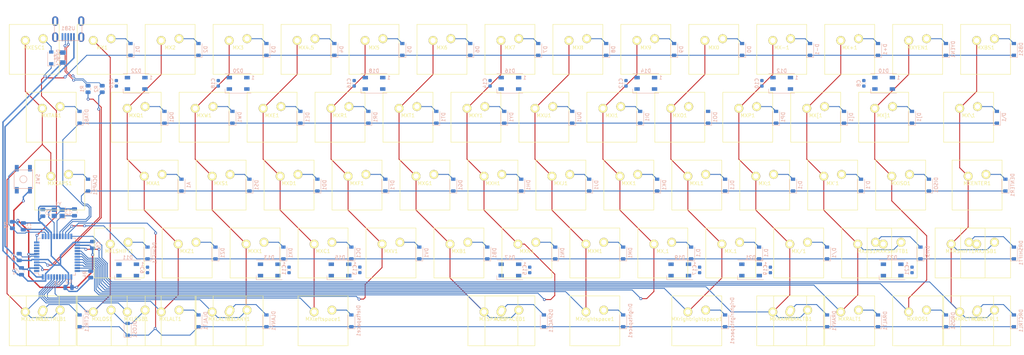
<source format=kicad_pcb>
(kicad_pcb (version 20211014) (generator pcbnew)
  (layers (0 "F.Cu" signal) (31 "B.Cu" signal) (34 "B.Paste" user) (35 "F.Paste" user) (36 "B.SilkS" user "B.Silkscreen") (37 "F.SilkS" user "F.Silkscreen") (38 "B.Mask" user) (39 "F.Mask" user) (44 "Edge.Cuts" user))
  (net 0 "")
  (net 1 "+5V")
  (net 2 "Net-(C3-Pad2)")
  (net 3 "Net-(C4-Pad2)")
  (net 4 "Net-(C6-Pad1)")
  (net 5 "ROW0")
  (net 6 "Net-(D1-Pad2)")
  (net 7 "ROW1")
  (net 8 "VCC")
  (net 9 "COL0")
  (net 10 "COL1")
  (net 11 "D-")
  (net 12 "Net-(R1-Pad2)")
  (net 13 "D+")
  (net 14 "Net-(R2-Pad2)")
  (net 15 "Net-(R3-Pad2)")
  (net 16 "Net-(R4-Pad1)")
  (net 24 "Net-(MXA1-Pad2)")
  (net 25 "Net-(MX'1-Pad2)")
  (net 26 "Net-(D+1-Pad2)")
  (net 27 "Net-(MX,1-Pad2)")
  (net 28 "Net-(D-1-Pad2)")
  (net 29 "Net-(MX.1-Pad2)")
  (net 30 "Net-(MX/1-Pad2)")
  (net 31 "Net-(MX0-Pad2)")
  (net 32 "Net-(MX2-Pad2)")
  (net 33 "Net-(MX3-Pad2)")
  (net 34 "Net-(MX4.5-Pad2)")
  (net 35 "Net-(D5-Pad2)")
  (net 36 "Net-(D6-Pad2)")
  (net 37 "Net-(MX7-Pad2)")
  (net 38 "Net-(D8-Pad2)")
  (net 39 "Net-(MX9-Pad2)")
  (net 40 "Net-(D;1-Pad2)")
  (net 41 "Net-(MXB1-Pad2)")
  (net 42 "Net-(DBS1-Pad2)")
  (net 43 "Net-(MXC1-Pad2)")
  (net 44 "Net-(MXCAPS1-Pad2)")
  (net 45 "Net-(MXD1-Pad2)")
  (net 46 "Net-(MXE1-Pad2)")
  (net 47 "Net-(MXENTER1-Pad2)")
  (net 48 "Net-(DF1-Pad2)")
  (net 49 "Net-(MXG1-Pad2)")
  (net 50 "Net-(MXH1-Pad2)")
  (net 51 "Net-(MXI1-Pad2)")
  (net 52 "Net-(MXISO1-Pad2)")
  (net 53 "Net-(DJ1-Pad2)")
  (net 54 "Net-(DK1-Pad2)")
  (net 55 "Net-(DL1-Pad2)")
  (net 56 "Net-(DESC1-Pad2)")
  (net 57 "Net-(DTAB1-Pad2)")
  (net 58 "ROW2")
  (net 59 "ROW3")
  (net 60 "ROW4")
  (net 61 "COL12")
  (net 62 "COL11")
  (net 63 "COL10")
  (net 64 "COL2")
  (net 65 "COL3")
  (net 66 "COL4")
  (net 67 "COL5")
  (net 68 "COL6")
  (net 69 "COL7")
  (net 70 "COL8")
  (net 71 "COL14")
  (net 72 "COL13")
  (net 73 "COL9")
  (net 74 "Net-(MXLALT1-Pad2)")
  (net 75 "Net-(MXLALTB1-Pad2)")
  (net 76 "Net-(MXLCTRL1-Pad2)")
  (net 77 "Net-(Dleftspace1-Pad2)")
  (net 78 "Net-(MXLOS1-Pad2)")
  (net 79 "Net-(MXM1-Pad2)")
  (net 80 "Net-(MXN1-Pad2)")
  (net 81 "Net-(DO1-Pad2)")
  (net 82 "Net-(DP1-Pad2)")
  (net 83 "Net-(MXQ1-Pad2)")
  (net 84 "Net-(DR1-Pad2)")
  (net 85 "Net-(MXRALT1-Pad2)")
  (net 86 "Net-(Drightrightspace1-Pad2)")
  (net 87 "Net-(Drightspace1-Pad2)")
  (net 88 "Net-(MXROS1-Pad2)")
  (net 89 "Net-(DS1-Pad2)")
  (net 90 "Net-(MXLSHIFT1-Pad2)")
  (net 91 "Net-(MXSPACE1-Pad2)")
  (net 92 "Net-(MXT1-Pad2)")
  (net 93 "Net-(MXU1-Pad2)")
  (net 94 "Net-(MXV1-Pad2)")
  (net 95 "Net-(DW1-Pad2)")
  (net 96 "Net-(MXX1-Pad2)")
  (net 97 "Net-(MXY1-Pad2)")
  (net 98 "Net-(DYEN1-Pad2)")
  (net 99 "Net-(MXZ1-Pad2)")
  (net 100 "Net-(MX[1-Pad2)")
  (net 101 "Net-(MX\\1-Pad2)")
  (net 102 "Net-(MX]1-Pad2)")
  (net 103 "Net-(DRANY1-Pad2)")
  (net 104 "Net-(DRCTRL1-Pad2)")
  (net 105 "Net-(MXJISB1-Pad1)")
  (net 106 "Net-(MXRSHIFTB1-Pad1)")
  (net 107 "e")
  (net 108 "Net-(D10-Pad2)")
  (net 109 "Net-(D10-Pad4)")
  (net 110 "Net-(D11-Pad2)")
  (net 111 "RGB LED")
  (net 112 "Net-(D12-Pad2)")
  (net 113 "Net-(D13-Pad2)")
  (net 114 "Net-(D14-Pad2)")
  (net 115 "Net-(D15-Pad2)")
  (net 116 "Net-(D16-Pad2)")
  (net 117 "Net-(D17-Pad2)")
  (net 118 "Net-(D18-Pad2)")
  (net 119 "Net-(D19-Pad2)")
  (net 120 "Net-(D20-Pad2)")
  (net 121 "Net-(D21-Pad2)")
  (footprint "Alps_Only:skccWithborder" (layer "F.Cu") (at 260.35 -101.6)
    (fp_text reference "MX9")
    (fp_text value "MX-NoLED")
  )
  (footprint "Alps_Only:skccWithborder" (layer "F.Cu") (at 336.55 -101.6)
    (fp_text reference "MXYEN1")
    (fp_text value "MX-NoLED")
  )
  (footprint "Alps_Only:skccWithborder" (layer "F.Cu") (at 207.9625 -44.45)
    (fp_text reference "MXB1")
    (fp_text value "MX-NoLED")
  )
  (footprint "Alps_Only:skccWithborder" (layer "F.Cu") (at 241.3 -101.6)
    (fp_text reference "MX8")
    (fp_text value "MX-NoLED")
  )
  (footprint "Alps_Only:skccWithborder" (layer "F.Cu") (at 269.875 -82.55)
    (fp_text reference "MXO1")
    (fp_text value "MX-NoLED")
  )
  (footprint "Alps_Only:skcc1.5" (layer "F.Cu") (at 350.8375 -82.55)
    (fp_text reference "MX\\1")
    (fp_text value "MX-NoLED")
  )
  (footprint "Alps_Only:skccWithborder" (layer "F.Cu") (at 255.5875 -63.5)
    (fp_text reference "MXK1")
    (fp_text value "MX-NoLED")
  )
  (footprint "Alps_Only:skccWithborder" (layer "F.Cu") (at 293.6875 -63.5)
    (fp_text reference "MX;1")
    (fp_text value "MX-NoLED")
  )
  (footprint "Alps_Only:skccWithborder" (layer "F.Cu") (at 198.4375 -63.5)
    (fp_text reference "MXG1")
    (fp_text value "MX-NoLED")
  )
  (footprint "Alps_Only:skcc1.75" (layer "F.Cu") (at 96.04375 -63.5)
    (fp_text reference "MXCAPS1")
    (fp_text value "MX-NoLED")
  )
  (footprint "Alps_Only:skccWithborder" (layer "F.Cu") (at 317.5 -25.4)
    (fp_text reference "MXRALT1")
    (fp_text value "MX-NoLED")
  )
  (footprint "Alps_Only:skcc1.5" (layer "F.Cu") (at 141.2875 -25.4)
    (fp_text reference "MXLALTB1")
    (fp_text value "MX-NoLED")
  )
  (footprint "Alps_Only:skccWithborder" (layer "F.Cu") (at 165.1 -101.6)
    (fp_text reference "MX4.5")
    (fp_text value "MX-NoLED")
  )
  (footprint "Alps_Only:skcc1.75" (layer "F.Cu") (at 348.45625 -44.45)
    (fp_text reference "MXRSHIFT1")
    (fp_text value "MX-NoLED")
  )
  (footprint "Alps_Only:skccWithborder" (layer "F.Cu") (at 284.1625 -44.45)
    (fp_text reference "MX.1")
    (fp_text value "MX-NoLED")
  )
  (footprint "Alps_Only:skccWithborder" (layer "F.Cu") (at 184.15 -101.6)
    (fp_text reference "MX5")
    (fp_text value "MX-NoLED")
  )
  (footprint "Alps_Only:skccWithborder" (layer "F.Cu") (at 288.925 -82.55)
    (fp_text reference "MXP1")
    (fp_text value "MX-NoLED")
  )
  (footprint "Alps_Only:skccWithborder" (layer "F.Cu") (at 88.9 -25.4)
    (fp_text reference "MXLCTRL1")
    (fp_text value "MX-NoLED")
  )
  (footprint "Alps_Only:skccWithborder" (layer "F.Cu") (at 331.7875 -63.5)
    (fp_text reference "MXISO1")
    (fp_text value "MX-NoLED")
  )
  (footprint "Alps_Only:skccWithborder" (layer "F.Cu") (at 298.45 -101.6)
    (fp_text reference "MX-1")
    (fp_text value "MX-NoLED")
  )
  (footprint "Alps_Only:skccWithborder" (layer "F.Cu") (at 188.9125 -44.45)
    (fp_text reference "MXV1")
    (fp_text value "MX-NoLED")
  )
  (footprint "Alps_Only:skccWithborder" (layer "F.Cu") (at 307.975 -82.55)
    (fp_text reference "MX[1")
    (fp_text value "MX-NoLED")
  )
  (footprint "Alps_Only:skccWithborder" (layer "F.Cu") (at 107.95 -25.4)
    (fp_text reference "MXLOS1")
    (fp_text value "MX-NoLED")
  )
  (footprint "Alps_Only:skcc1.25" (layer "F.Cu") (at 353.21875 -63.5)
    (fp_text reference "MXENTER1")
    (fp_text value "MX-NoLED")
  )
  (footprint "Alps_Only:skccWithborder" (layer "F.Cu") (at 160.3375 -63.5)
    (fp_text reference "MXD1")
    (fp_text value "MX-NoLED")
  )
  (footprint "Alps_Only:skccWithborder" (layer "F.Cu") (at 317.5 -101.6)
    (fp_text reference "MX+1")
    (fp_text value "MX-NoLED")
  )
  (footprint "Alps_Only:skccWithborder" (layer "F.Cu") (at 327.025 -82.55)
    (fp_text reference "MX]1")
    (fp_text value "MX-NoLED")
  )
  (footprint "Alps_Only:skccWithborder" (layer "F.Cu") (at 312.7375 -63.5)
    (fp_text reference "MX'1")
    (fp_text value "MX-NoLED")
  )
  (footprint "Alps_Only:skccWithborder" (layer "F.Cu") (at 231.775 -82.55)
    (fp_text reference "MXU1")
    (fp_text value "MX-NoLED")
  )
  (footprint "Alps_Only:skccWithborder" (layer "F.Cu") (at 279.4 -101.6)
    (fp_text reference "MX0")
    (fp_text value "MX-NoLED")
  )
  (footprint "Alps_Only:skccWithborder" (layer "F.Cu") (at 155.575 -82.55)
    (fp_text reference "MXE1")
    (fp_text value "MX-NoLED")
  )
  (footprint "Alps_Only:skccWithborder" (layer "F.Cu") (at 355.6 -101.6)
    (fp_text reference "MXBS1")
    (fp_text value "MX-NoLED")
  )
  (footprint "Alps_Only:skccWithborder" (layer "F.Cu") (at 179.3875 -63.5)
    (fp_text reference "MXF1")
    (fp_text value "MX-NoLED")
  )
  (footprint "Alps_Only:skccWithborder" (layer "F.Cu") (at 117.475 -82.55)
    (fp_text reference "MXQ1")
    (fp_text value "MX-NoLED")
  )
  (footprint "Alps_Only:skccWithborder" (layer "F.Cu") (at 298.45 -25.4)
    (fp_text reference "MXRANY1")
    (fp_text value "MX-NoLED")
  )
  (footprint "Alps_Only:skccWithborder" (layer "F.Cu") (at 355.6 -25.4)
    (fp_text reference "MXRCTRL1")
    (fp_text value "MX-NoLED")
  )
  (footprint "Alps_Only:skccWithborder" (layer "F.Cu") (at 212.725 -82.55)
    (fp_text reference "MXY1")
    (fp_text value "MX-NoLED")
  )
  (footprint "Alps_Only:skccWithborder" (layer "F.Cu") (at 131.7625 -44.45)
    (fp_text reference "MXZ1")
    (fp_text value "MX-NoLED")
  )
  (footprint "Alps_Only:skccWithborder" (layer "F.Cu") (at 322.2625 -44.45)
    (fp_text reference "MXJIS1")
    (fp_text value "MX-NoLED")
  )
  (footprint "Alps_Only:skccWithborder" (layer "F.Cu") (at 222.25 -101.6)
    (fp_text reference "MX7")
    (fp_text value "MX-NoLED")
  )
  (footprint "Alps_Only:skccWithborder" (layer "F.Cu") (at 107.95 -101.6)
    (fp_text reference "MX1")
    (fp_text value "MX-NoLED")
  )
  (footprint "Alps_Only:skcc1.5" (layer "F.Cu") (at 350.8375 -25.4)
    (fp_text reference "MXRCTRLB1")
    (fp_text value "MX-NoLED")
  )
  (footprint "Alps_Only:skccWithborder" (layer "F.Cu") (at 150.8125 -44.45)
    (fp_text reference "MXX1")
    (fp_text value "MX-NoLED")
  )
  (footprint "Alps_Only:skcc1.5" (layer "F.Cu") (at 93.6625 -82.55)
    (fp_text reference "MXTAB1")
    (fp_text value "MX-NoLED")
  )
  (footprint "Alps_Only:skcc1.5" (layer "F.Cu") (at 217.4875 -25.4)
    (fp_text reference "MXSPACE1")
    (fp_text value "MX-NoLED")
  )
  (footprint "Alps_Only:skccWithborder" (layer "F.Cu") (at 217.4875 -63.5)
    (fp_text reference "MXH1")
    (fp_text value "MX-NoLED")
  )
  (footprint "Alps_Only:skccWithborder" (layer "F.Cu") (at 117.475 -25.4)
    (fp_text reference "MXLOSB1")
    (fp_text value "MX-NoLED")
  )
  (footprint "Alps_Only:skccWithborder" (layer "F.Cu") (at 193.675 -82.55)
    (fp_text reference "MXT1")
    (fp_text value "MX-NoLED")
  )
  (footprint "Alps_Only:skccWithborder" (layer "F.Cu") (at 303.2125 -44.45)
    (fp_text reference "MX/1")
    (fp_text value "MX-NoLED")
  )
  (footprint "Alps_Only:skccWithborder" (layer "F.Cu") (at 227.0125 -44.45)
    (fp_text reference "MXN1")
    (fp_text value "MX-NoLED")
  )
  (footprint "Alps_Only:skccWithborder" (layer "F.Cu") (at 246.0625 -44.45)
    (fp_text reference "MXM1")
    (fp_text value "MX-NoLED")
  )
  (footprint "Alps_Only:skcc7" (layer "F.Cu") (at 222.25 -25.4)
    (fp_text reference "MXSPACEB1")
    (fp_text value "MX-NoLED")
  )
  (footprint "Alps_Only:skcc1.5" (layer "F.Cu") (at 246.0625 -25.4)
    (fp_text reference "MXrightspace1")
    (fp_text value "MX-NoLED")
  )
  (footprint "Alps_Only:skccWithborder" (layer "F.Cu") (at 88.9 -101.6)
    (fp_text reference "MXESC1")
    (fp_text value "MX-NoLED")
  )
  (footprint "Alps_Only:skccWithborder" (layer "F.Cu") (at 265.1125 -44.45)
    (fp_text reference "MX,1")
    (fp_text value "MX-NoLED")
  )
  (footprint "Alps_Only:skccWithborder" (layer "F.Cu") (at 141.2875 -63.5)
    (fp_text reference "MXS1")
    (fp_text value "MX-NoLED")
  )
  (footprint "Alps_Only:skccWithborder" (layer "F.Cu") (at 112.7125 -44.45)
    (fp_text reference "MXLSHIFT1")
    (fp_text value "MX-NoLED")
  )
  (footprint "Alps_Only:skcc1.5" (layer "F.Cu") (at 303.2125 -25.4)
    (fp_text reference "MXRALTB1")
    (fp_text value "MX-NoLED")
  )
  (footprint "Alps_Only:skcc1.5" (layer "F.Cu") (at 93.6625 -25.4)
    (fp_text reference "MXLCTRLB1")
    (fp_text value "MX-NoLED")
  )
  (footprint "Alps_Only:skccWithborder" (layer "F.Cu") (at 274.6375 -63.5)
    (fp_text reference "MXL1")
    (fp_text value "MX-NoLED")
  )
  (footprint "Alps_Only:skccWithborder" (layer "F.Cu") (at 169.8625 -44.45)
    (fp_text reference "MXC1")
    (fp_text value "MX-NoLED")
  )
  (footprint "Alps_Only:skccWithborder" (layer "F.Cu") (at 174.625 -82.55)
    (fp_text reference "MXR1")
    (fp_text value "MX-NoLED")
  )
  (footprint "Alps_Only:skccWithborder" (layer "F.Cu") (at 122.2375 -63.5)
    (fp_text reference "MXA1")
    (fp_text value "MX-NoLED")
  )
  (footprint "Alps_Only:skcc1.5" (layer "F.Cu") (at 274.6375 -25.4)
    (fp_text reference "MXrightrightspace1")
    (fp_text value "MX-NoLED")
  )
  (footprint "Alps_Only:skccWithborder" (layer "F.Cu") (at 146.05 -101.6)
    (fp_text reference "MX3")
    (fp_text value "MX-NoLED")
  )
  (footprint "Alps_Only:skccWithborder" (layer "F.Cu") (at 336.55 -25.4)
    (fp_text reference "MXROS1")
    (fp_text value "MX-NoLED")
  )
  (footprint "Alps_Only:skccWithborder" (layer "F.Cu") (at 203.2 -101.6)
    (fp_text reference "MX6")
    (fp_text value "MX-NoLED")
  )
  (footprint "Alps_Only:skcc1.75" (layer "F.Cu") (at 329.40625 -44.45)
    (fp_text reference "MXRSHIFTB1")
    (fp_text value "MX-NoLED")
  )
  (footprint "Alps_Only:skccWithborder" (layer "F.Cu") (at 236.5375 -63.5)
    (fp_text reference "MXJ1")
    (fp_text value "MX-NoLED")
  )
  (footprint "Alps_Only:skccWithborder" (layer "F.Cu") (at 127 -25.4)
    (fp_text reference "MXLALT1")
    (fp_text value "MX-NoLED")
  )
  (footprint "Alps_Only:skccWithborder" (layer "F.Cu") (at 136.525 -82.55)
    (fp_text reference "MXW1")
    (fp_text value "MX-NoLED")
  )
  (footprint "Alps_Only:skccWithborder" (layer "F.Cu") (at 355.6 -44.45)
    (fp_text reference "MXJISB1")
    (fp_text value "MX-NoLED")
  )
  (footprint "Alps_Only:skccWithborder" (layer "F.Cu") (at 250.825 -82.55)
    (fp_text reference "MXI1")
    (fp_text value "MX-NoLED")
  )
  (footprint "Alps_Only:skcc1.5" (layer "F.Cu") (at 169.8625 -25.4)
    (fp_text reference "MXleftspace1")
    (fp_text value "MX-NoLED")
  )
  (footprint "Alps_Only:skccWithborder" (layer "F.Cu") (at 127 -101.6)
    (fp_text reference "MX2")
    (fp_text value "MX-NoLED")
  )
  (footprint "Alps_Only:skccWithborder" (layer "F.Cu") (at 146.05 -25.4)
    (fp_text reference "MXLANY1")
    (fp_text value "MX-NoLED")
  )
  (footprint "Diode_SMD:D_SOD-123" (layer "B.Cu") (at 263.525 -63.5 90)
    (fp_text reference "DK1")
    (fp_text value "D_Small")
  )
  (footprint "Diode_SMD:D_SOD-123" (layer "B.Cu") (at 296.8625 -82.55 90)
    (fp_text reference "DP1")
    (fp_text value "D_Small")
  )
  (footprint "Diode_SMD:D_SOD-123" (layer "B.Cu") (at 192.0875 -101.6 90)
    (fp_text reference "D5")
    (fp_text value "D_Small")
  )
  (footprint "Diode_SMD:D_SOD-123" (layer "B.Cu") (at 101.6 -82.55 90)
    (fp_text reference "DTAB1")
    (fp_text value "D_Small")
  )
  (footprint "Diode_SMD:D_SOD-123" (layer "B.Cu") (at 139.7 -44.45 90)
    (fp_text reference "DZ1")
    (fp_text value "D_Small")
  )
  (footprint "Diode_SMD:D_SOD-123" (layer "B.Cu") (at 168.275 -63.5 90)
    (fp_text reference "DD1")
    (fp_text value "D_Small")
  )
  (footprint "Capacitor_SMD:C_0805_2012Metric" (layer "B.Cu") (at 98.522125 -34.765625 180)
    (fp_text reference "C2")
    (fp_text value "0.1uF")
  )
  (footprint "Diode_SMD:D_SOD-123" (layer "B.Cu") (at 206.375 -63.5 90)
    (fp_text reference "DG1")
    (fp_text value "D_Small")
  )
  (footprint "Resistor_SMD:R_0805_2012Metric" (layer "B.Cu") (at 103.98125 -90.4875 -90)
    (fp_text reference "R1")
    (fp_text value "22")
  )
  (footprint "Diode_SMD:D_SOD-123" (layer "B.Cu") (at 234.95 -44.45 90)
    (fp_text reference "DN1")
    (fp_text value "D_Small")
  )
  (footprint "Diode_SMD:D_SOD-123" (layer "B.Cu") (at 249.2375 -101.6 90)
    (fp_text reference "D8")
    (fp_text value "D_Small")
  )
  (footprint "Diode_SMD:D_SOD-123" (layer "B.Cu") (at 177.8 -25.4 90)
    (fp_text reference "Dleftspace1")
    (fp_text value "D_Small")
  )
  (footprint "Diode_SMD:D_SOD-123" (layer "B.Cu") (at 315.9125 -82.55 90)
    (fp_text reference "D[1")
    (fp_text value "D_Small")
  )
  (footprint "Diode_SMD:D_SOD-123" (layer "B.Cu") (at 337.34375 -44.45 90)
    (fp_text reference "DJIS1")
    (fp_text value "D_Small")
  )
  (footprint "Capacitor_SMD:C_0805_2012Metric" (layer "B.Cu") (at 84.679125 -43.306375 -90)
    (fp_text reference "C6")
    (fp_text value "1uF")
  )
  (footprint "Diode_SMD:D_SOD-123" (layer "B.Cu") (at 258.7625 -82.55 90)
    (fp_text reference "DI1")
    (fp_text value "D_Small")
  )
  (footprint "Diode_SMD:D_SOD-123" (layer "B.Cu") (at 254 -25.4 90)
    (fp_text reference "Drightspace1")
    (fp_text value "D_Small")
  )
  (footprint "Capacitor_SMD:C_0603_1608Metric" (layer "B.Cu") (at 180.18125 -39.70625 -90)
    (fp_text reference "C13")
    (fp_text value "C_Small")
  )
  (footprint "Capacitor_SMD:C_0603_1608Metric" (layer "B.Cu") (at 140.49375 -92.075 -90)
    (fp_text reference "C18")
    (fp_text value "C_Small")
  )
  (footprint "Diode_SMD:D_SOD-123" (layer "B.Cu") (at 93.6625 -99.21875 90)
    (fp_text reference "DESC1")
    (fp_text value "D_Small")
  )
  (footprint "Diode_SMD:D_SOD-123" (layer "B.Cu") (at 230.1875 -101.6 90)
    (fp_text reference "D7")
    (fp_text value "D_Small")
  )
  (footprint "Diode_SMD:D_SOD-123" (layer "B.Cu") (at 358.775 -82.55 90)
    (fp_text reference "D\\1")
    (fp_text value "D_Small")
  )
  (footprint "Diode_SMD:D_SOD-123" (layer "B.Cu") (at 325.4375 -101.6 90)
    (fp_text reference "D+1")
    (fp_text value "D_Small")
  )
  (footprint "Diode_SMD:D_SOD-123" (layer "B.Cu") (at 363.5375 -44.45 90)
    (fp_text reference "DRSHIFT1")
    (fp_text value "D_Small")
  )
  (footprint "Diode_SMD:D_SOD-123" (layer "B.Cu") (at 339.725 -63.5 90)
    (fp_text reference "DISO1")
    (fp_text value "D_Small")
  )
  (footprint "Diode_SMD:D_SOD-123" (layer "B.Cu") (at 287.3375 -101.6 90)
    (fp_text reference "D0")
    (fp_text value "D_Small")
  )
  (footprint "Capacitor_SMD:C_0805_2012Metric" (layer "B.Cu") (at 105.253125 -46.703625 90)
    (fp_text reference "C5")
    (fp_text value "0.1uF")
  )
  (footprint "Resistor_SMD:R_0805_2012Metric" (layer "B.Cu") (at 107.95 -90.4875 -90)
    (fp_text reference "R2")
    (fp_text value "22")
  )
  (footprint "LED_SMD:LED_WS2812B_PLCC4_5.0x5.0mm_P3.2mm" (layer "B.Cu") (at 184.15 -92.075 180)
    (fp_text reference "D18")
    (fp_text value "WS2812B")
  )
  (footprint "Diode_SMD:D_SOD-123" (layer "B.Cu") (at 325.4375 -25.4 90)
    (fp_text reference "DRALT1")
    (fp_text value "D_Small")
  )
  (footprint "Diode_SMD:D_SOD-123" (layer "B.Cu") (at 311.15 -25.4 90)
    (fp_text reference "DRANY1")
    (fp_text value "D_Small")
  )
  (footprint "Diode_SMD:D_SOD-123" (layer "B.Cu") (at 187.325 -63.5 90)
    (fp_text reference "DF1")
    (fp_text value "D_Small")
  )
  (footprint "Capacitor_SMD:C_0805_2012Metric" (layer "B.Cu") (at 85.314125 -39.308375 -90)
    (fp_text reference "C7")
    (fp_text value "10uF")
  )
  (footprint "Diode_SMD:D_SOD-123" (layer "B.Cu") (at 282.575 -25.4 90)
    (fp_text reference "Drightrightspace1")
    (fp_text value "D_Small")
  )
  (footprint "LED_SMD:LED_WS2812B_PLCC4_5.0x5.0mm_P3.2mm" (layer "B.Cu") (at 222.25 -39.6875 180)
    (fp_text reference "D17")
    (fp_text value "WS2812B")
  )
  (footprint "Diode_SMD:D_SOD-123" (layer "B.Cu") (at 201.6125 -82.55 90)
    (fp_text reference "DT1")
    (fp_text value "D_Small")
  )
  (footprint "LED_SMD:LED_WS2812B_PLCC4_5.0x5.0mm_P3.2mm" (layer "B.Cu") (at 329.40625 -39.6875 180)
    (fp_text reference "D23")
    (fp_text value "WS2812B")
  )
  (footprint "Diode_SMD:D_SOD-123" (layer "B.Cu") (at 363.5375 -25.4 90)
    (fp_text reference "DRCTRL1")
    (fp_text value "D_Small")
  )
  (footprint "Diode_SMD:D_SOD-123" (layer "B.Cu") (at 177.8 -44.45 90)
    (fp_text reference "DC1")
    (fp_text value "D_Small")
  )
  (footprint "LED_SMD:LED_WS2812B_PLCC4_5.0x5.0mm_P3.2mm" (layer "B.Cu") (at 327.025 -92.075 180)
    (fp_text reference "D10")
    (fp_text value "WS2812B")
  )
  (footprint "Diode_SMD:D_SOD-123" (layer "B.Cu") (at 225.425 -63.5 90)
    (fp_text reference "DH1")
    (fp_text value "D_Small")
  )
  (footprint "Diode_SMD:D_SOD-123" (layer "B.Cu") (at 277.8125 -82.55 90)
    (fp_text reference "DO1")
    (fp_text value "D_Small")
  )
  (footprint "Diode_SMD:D_SOD-123" (layer "B.Cu") (at 149.225 -63.5 90)
    (fp_text reference "DS1")
    (fp_text value "D_Small")
  )
  (footprint "Capacitor_SMD:C_0603_1608Metric" (layer "B.Cu") (at 216.69375 -92.075 -90)
    (fp_text reference "C14")
    (fp_text value "C_Small")
  )
  (footprint "Capacitor_SMD:C_0805_2012Metric" (layer "B.Cu") (at 85.822125 -51.910625 90)
    (fp_text reference "C1")
    (fp_text value "0.1uF")
  )
  (footprint "Capacitor_SMD:C_0603_1608Metric" (layer "B.Cu") (at 292.89375 -92.075 -90)
    (fp_text reference "C10")
    (fp_text value "C_Small")
  )
  (footprint "Diode_SMD:D_SOD-123" (layer "B.Cu") (at 211.1375 -101.6 90)
    (fp_text reference "D6")
    (fp_text value "D_Small")
  )
  (footprint "Diode_SMD:D_SOD-123" (layer "B.Cu") (at 115.09375 -23.01875 90)
    (fp_text reference "DLOS1")
    (fp_text value "D_Small")
  )
  (footprint "Diode_SMD:D_SOD-123" (layer "B.Cu") (at 163.5125 -82.55 90)
    (fp_text reference "DE1")
    (fp_text value "D_Small")
  )
  (footprint "Diode_SMD:D_SOD-123" (layer "B.Cu") (at 306.3875 -101.6 90)
    (fp_text reference "D-1")
    (fp_text value "D_Small")
  )
  (footprint "Diode_SMD:D_SOD-123" (layer "B.Cu") (at 182.5625 -82.55 90)
    (fp_text reference "DR1")
    (fp_text value "D_Small")
  )
  (footprint "Diode_SMD:D_SOD-123" (layer "B.Cu") (at 320.675 -63.5 90)
    (fp_text reference "D'1")
    (fp_text value "D_Small")
  )
  (footprint "Capacitor_SMD:C_0603_1608Metric" (layer "B.Cu") (at 254.79375 -92.075 -90)
    (fp_text reference "C12")
    (fp_text value "C_Small")
  )
  (footprint "Diode_SMD:D_SOD-123" (layer "B.Cu") (at 134.9375 -101.6 90)
    (fp_text reference "D2")
    (fp_text value "D_Small")
  )
  (footprint "Diode_SMD:D_SOD-123" (layer "B.Cu") (at 153.9875 -101.6 90)
    (fp_text reference "D3")
    (fp_text value "D_Small")
  )
  (footprint "Package_QFP:TQFP-44_10x10mm_P0.8mm" (layer "B.Cu") (at 95.283625 -43.401625)
    (fp_text reference "U1")
    (fp_text value "ATmega32U4-A")
  )
  (footprint "LED_SMD:LED_WS2812B_PLCC4_5.0x5.0mm_P3.2mm" (layer "B.Cu") (at 146.05 -92.075 180)
    (fp_text reference "D20")
    (fp_text value "WS2812B")
  )
  (footprint "LED_SMD:LED_WS2812B_PLCC4_5.0x5.0mm_P3.2mm" (layer "B.Cu") (at 289.71875 -39.6875 180)
    (fp_text reference "D21")
    (fp_text value "WS2812B")
  )
  (footprint "Diode_SMD:D_SOD-123" (layer "B.Cu") (at 153.9875 -25.4 90)
    (fp_text reference "DLANY1")
    (fp_text value "D_Small")
  )
  (footprint "Diode_SMD:D_SOD-123" (layer "B.Cu") (at 158.75 -44.45 90)
    (fp_text reference "DX1")
    (fp_text value "D_Small")
  )
  (footprint "Diode_SMD:D_SOD-123" (layer "B.Cu") (at 273.05 -44.45 90)
    (fp_text reference "D,1")
    (fp_text value "D_Small")
  )
  (footprint "Capacitor_SMD:C_0603_1608Metric" (layer "B.Cu") (at 321.46875 -92.075 -90)
    (fp_text reference "C8")
    (fp_text value "C_Small")
  )
  (footprint "Schematic Library:SKQG-1155865" (layer "B.Cu") (at 85.852 -65.151 -90)
    (fp_text reference "SW1")
    (fp_text value "SW_Push")
  )
  (footprint "LED_SMD:LED_WS2812B_PLCC4_5.0x5.0mm_P3.2mm" (layer "B.Cu") (at 174.625 -39.6875 180)
    (fp_text reference "D15")
    (fp_text value "WS2812B")
  )
  (footprint "Diode_SMD:D_SOD-123" (layer "B.Cu") (at 268.2875 -101.6 90)
    (fp_text reference "D9")
    (fp_text value "D_Small")
  )
  (footprint "Capacitor_SMD:C_0603_1608Metric" (layer "B.Cu") (at 178.59375 -92.075 -90)
    (fp_text reference "C16")
    (fp_text value "C_Small")
  )
  (footprint "LED_SMD:LED_WS2812B_PLCC4_5.0x5.0mm_P3.2mm" (layer "B.Cu") (at 154.78125 -39.6875 180)
    (fp_text reference "D13")
    (fp_text value "WS2812B")
  )
  (footprint "Crystal:Crystal_SMD_3225-4Pin_3.2x2.5mm" (layer "B.Cu") (at 95.601125 -55.720625 180)
    (fp_text reference "Y1")
    (fp_text value "16MHz")
  )
  (footprint "Diode_SMD:D_SOD-123" (layer "B.Cu") (at 134.9375 -25.4 90)
    (fp_text reference "DLALT1")
    (fp_text value "D_Small")
  )
  (footprint "Capacitor_SMD:C_0805_2012Metric" (layer "B.Cu") (at 100.173125 -55.847625 -90)
    (fp_text reference "C3")
    (fp_text value "22pF")
  )
  (footprint "Diode_SMD:D_SOD-123" (layer "B.Cu") (at 301.625 -63.5 90)
    (fp_text reference "D;1")
    (fp_text value "D_Small")
  )
  (footprint "Capacitor_SMD:C_0603_1608Metric" (layer "B.Cu") (at 111.91875 -92.075 -90)
    (fp_text reference "C20")
    (fp_text value "C_Small")
  )
  (footprint "Diode_SMD:D_SOD-123" (layer "B.Cu") (at 344.4875 -101.6 90)
    (fp_text reference "DYEN1")
    (fp_text value "D_Small")
  )
  (footprint "Capacitor_SMD:C_0603_1608Metric" (layer "B.Cu") (at 295.275 -39.6875 -90)
    (fp_text reference "C19")
    (fp_text value "C_Small")
  )
  (footprint "LED_SMD:LED_WS2812B_PLCC4_5.0x5.0mm_P3.2mm" (layer "B.Cu") (at 115.09375 -39.6875 180)
    (fp_text reference "D11")
    (fp_text value "WS2812B")
  )
  (footprint "Diode_SMD:D_SOD-123" (layer "B.Cu") (at 220.6625 -82.55 90)
    (fp_text reference "DY1")
    (fp_text value "D_Small")
  )
  (footprint "Diode_SMD:D_SOD-123" (layer "B.Cu") (at 115.8875 -101.6 90)
    (fp_text reference "D1")
    (fp_text value "D_Small")
  )
  (footprint "LED_SMD:LED_WS2812B_PLCC4_5.0x5.0mm_P3.2mm" (layer "B.Cu") (at 269.875 -39.6875 180)
    (fp_text reference "D19")
    (fp_text value "WS2812B")
  )
  (footprint "Capacitor_SMD:C_0603_1608Metric" (layer "B.Cu") (at 334.98125 -39.6875 -90)
    (fp_text reference "C21")
    (fp_text value "C_Small")
  )
  (footprint "Diode_SMD:D_SOD-123" (layer "B.Cu") (at 239.7125 -82.55 90)
    (fp_text reference "DU1")
    (fp_text value "D_Small")
  )
  (footprint "Diode_SMD:D_SOD-123" (layer "B.Cu") (at 361.15625 -63.5 90)
    (fp_text reference "DENTER1")
    (fp_text value "D_Small")
  )
  (footprint "LED_SMD:LED_WS2812B_PLCC4_5.0x5.0mm_P3.2mm" (layer "B.Cu") (at 260.35 -92.075 180)
    (fp_text reference "D14")
    (fp_text value "WS2812B")
  )
  (footprint "Diode_SMD:D_SOD-123" (layer "B.Cu") (at 103.98125 -63.5 90)
    (fp_text reference "DCAPS1")
    (fp_text value "D_Small")
  )
  (footprint "Diode_SMD:D_SOD-123" (layer "B.Cu") (at 101.6 -25.4 90)
    (fp_text reference "DLCTRL1")
    (fp_text value "D_Small")
  )
  (footprint "Schematic Library:Molex-0548190589" (layer "B.Cu") (at 98.425 -109.5375 -90)
    (fp_text reference "USB1")
    (fp_text value "Molex-0548190589")
  )
  (footprint "Capacitor_SMD:C_0603_1608Metric" (layer "B.Cu") (at 120.65 -39.6875 -90)
    (fp_text reference "C9")
    (fp_text value "C_Small")
  )
  (footprint "Diode_SMD:D_SOD-123" (layer "B.Cu") (at 231.775 -25.4 90)
    (fp_text reference "DSPACE1")
    (fp_text value "D_Small")
  )
  (footprint "Diode_SMD:D_SOD-123" (layer "B.Cu") (at 144.4625 -82.55 90)
    (fp_text reference "DW1")
    (fp_text value "D_Small")
  )
  (footprint "Capacitor_SMD:C_0603_1608Metric" (layer "B.Cu") (at 227.80625 -39.6875 -90)
    (fp_text reference "C15")
    (fp_text value "C_Small")
  )
  (footprint "Fuse:Fuse_1206_3216Metric" (layer "B.Cu") (at 96.8375 -99.314 -90)
    (fp_text reference "F1")
    (fp_text value "500mA")
  )
  (footprint "Capacitor_SMD:C_0603_1608Metric" (layer "B.Cu") (at 160.3375 -39.6875 -90)
    (fp_text reference "C11")
    (fp_text value "C_Small")
  )
  (footprint "Diode_SMD:D_SOD-123" (layer "B.Cu") (at 282.575 -63.5 90)
    (fp_text reference "DL1")
    (fp_text value "D_Small")
  )
  (footprint "Diode_SMD:D_SOD-123" (layer "B.Cu") (at 244.475 -63.5 90)
    (fp_text reference "DJ1")
    (fp_text value "D_Small")
  )
  (footprint "Diode_SMD:D_SOD-123" (layer "B.Cu") (at 125.4125 -82.55 90)
    (fp_text reference "DQ1")
    (fp_text value "D_Small")
  )
  (footprint "Diode_SMD:D_SOD-123" (layer "B.Cu") (at 130.175 -63.5 90)
    (fp_text reference "A1")
    (fp_text value "D_Small")
  )
  (footprint "LED_SMD:LED_WS2812B_PLCC4_5.0x5.0mm_P3.2mm" (layer "B.Cu") (at 298.45 -92.075 180)
    (fp_text reference "D12")
    (fp_text value "WS2812B")
  )
  (footprint "Resistor_SMD:R_0805_2012Metric" (layer "B.Cu") (at 104.745125 -38.448625 -90)
    (fp_text reference "R4")
    (fp_text value "10k")
  )
  (footprint "LED_SMD:LED_WS2812B_PLCC4_5.0x5.0mm_P3.2mm" (layer "B.Cu") (at 117.475 -92.075 180)
    (fp_text reference "D22")
    (fp_text value "WS2812B")
  )
  (footprint "Diode_SMD:D_SOD-123" (layer "B.Cu") (at 173.0375 -101.6 90)
    (fp_text reference "D4")
    (fp_text value "D_Small")
  )
  (footprint "Diode_SMD:D_SOD-123" (layer "B.Cu") (at 215.9 -44.45 90)
    (fp_text reference "DB1")
    (fp_text value "D_Small")
  )
  (footprint "Diode_SMD:D_SOD-123" (layer "B.Cu") (at 334.9625 -82.55 90)
    (fp_text reference "D]1")
    (fp_text value "D_Small")
  )
  (footprint "Diode_SMD:D_SOD-123" (layer "B.Cu") (at 196.85 -44.45 90)
    (fp_text reference "DV1")
    (fp_text value "D_Small")
  )
  (footprint "Capacitor_SMD:C_0603_1608Metric" (layer "B.Cu") (at 275.43125 -39.6875 -90)
    (fp_text reference "C17")
    (fp_text value "C_Small")
  )
  (footprint "Diode_SMD:D_SOD-123" (layer "B.Cu") (at 120.65 -44.45 90)
    (fp_text reference "DSHIFT1")
    (fp_text value "D_Small")
  )
  (footprint "Diode_SMD:D_SOD-123" (layer "B.Cu") (at 363.5375 -101.6 90)
    (fp_text reference "DBS1")
    (fp_text value "D_Small")
  )
  (footprint "Resistor_SMD:R_0805_2012Metric" (layer "B.Cu") (at 82.774125 -52.291625 -90)
    (fp_text reference "R3")
    (fp_text value "10k")
  )
  (footprint "Diode_SMD:D_SOD-123" (layer "B.Cu") (at 254 -44.45 90)
    (fp_text reference "DM1")
    (fp_text value "D_Small")
  )
  (footprint "Diode_SMD:D_SOD-123" (layer "B.Cu") (at 292.1 -44.45 90)
    (fp_text reference "D.1")
    (fp_text value "D_Small")
  )
  (footprint "Diode_SMD:D_SOD-123" (layer "B.Cu") (at 311.15 -44.45 90)
    (fp_text reference "D/1")
    (fp_text value "D_Small")
  )
  (footprint "LED_SMD:LED_WS2812B_PLCC4_5.0x5.0mm_P3.2mm" (layer "B.Cu") (at 222.25 -92.075 180)
    (fp_text reference "D16")
    (fp_text value "WS2812B")
  )
  (footprint "Diode_SMD:D_SOD-123" (layer "B.Cu") (at 344.4875 -25.4 90)
    (fp_text reference "DROS1")
    (fp_text value "D_Small")
  )
  (footprint "Capacitor_SMD:C_0805_2012Metric" (layer "B.Cu") (at 91.283125 -55.720625 90)
    (fp_text reference "C4")
    (fp_text value "22pF")
  )
  (segment (start 105.253125 -43.941375) (end 105.253125 -39.242375) (width 0.381) (layer "F.Cu") (net 1))
  (segment (start 87.346125 -44.068375) (end 87.346125 -50.545375) (width 0.381) (layer "F.Cu") (net 1))
  (segment (start 87.346125 -50.545375) (end 84.298125 -53.593375) (width 0.381) (layer "F.Cu") (net 1))
  (segment (start 105.253125 -39.242375) (end 100.808125 -34.797375) (width 0.381) (layer "F.Cu") (net 1))
  (segment (start 100.808125 -34.797375) (end 90.521125 -34.797375) (width 0.381) (layer "F.Cu") (net 1))
  (segment (start 87.600125 -37.718375) (end 87.346125 -37.972375) (width 0.381) (layer "F.Cu") (net 1))
  (segment (start 87.346125 -39.877375) (end 87.346125 -44.068375) (width 0.381) (layer "F.Cu") (net 1))
  (segment (start 87.346125 -37.972375) (end 87.346125 -39.877375) (width 0.381) (layer "F.Cu") (net 1))
  (segment (start 90.521125 -34.797375) (end 87.600125 -37.718375) (width 0.381) (layer "F.Cu") (net 1))
  (via (at 87.346125 -44.068375) (size 0.8) (drill 0.4) (layers "F.Cu" "B.Cu") (net 1))
  (via (at 87.346125 -39.877375) (size 0.8) (drill 0.4) (layers "F.Cu" "B.Cu") (net 1))
  (via (at 84.298125 -53.593375) (size 0.8) (drill 0.4) (layers "F.Cu" "B.Cu") (net 1))
  (via (at 105.253125 -43.941375) (size 0.8) (drill 0.4) (layers "F.Cu" "B.Cu") (net 1))
  (via (at 100.808125 -34.797375) (size 0.8) (drill 0.4) (layers "F.Cu" "B.Cu") (net 1))
  (segment (start 99.503875 -34.797375) (end 99.472125 -34.765625) (width 0.381) (layer "B.Cu") (net 1))
  (segment (start 92.883625 -50.085667) (end 91.915917 -51.053375) (width 0.381) (layer "B.Cu") (net 1))
  (segment (start 84.298125 -53.593375) (end 84.298125 -52.577375) (width 0.381) (layer "B.Cu") (net 1))
  (segment (start 104.405125 -46.601625) (end 100.983625 -46.601625) (width 0.381) (layer "B.Cu") (net 1))
  (segment (start 92.883625 -49.101625) (end 92.883625 -50.085667) (width 0.381) (layer "B.Cu") (net 1))
  (segment (start 80.137 -45.085) (end 80.137 -81.2135) (width 0.381) (layer "B.Cu") (net 1))
  (segment (start 87.670375 -40.201625) (end 89.583625 -40.201625) (width 0.381) (layer "B.Cu") (net 1))
  (segment (start 89.521875 -37.701625) (end 91.283625 -37.701625) (width 0.381) (layer "B.Cu") (net 1))
  (segment (start 87.346125 -39.877375) (end 89.521875 -37.701625) (width 0.381) (layer "B.Cu") (net 1))
  (segment (start 99.283625 -37.701625) (end 99.283625 -34.954125) (width 0.381) (layer "B.Cu") (net 1))
  (segment (start 91.915917 -51.053375) (end 85.914875 -51.053375) (width 0.381) (layer "B.Cu") (net 1))
  (segment (start 84.298125 -52.577375) (end 84.25175 -52.531) (width 0.381) (layer "B.Cu") (net 1))
  (segment (start 89.450375 -44.068375) (end 89.583625 -44.201625) (width 0.381) (layer "B.Cu") (net 1))
  (segment (start 100.808125 -34.797375) (end 99.503875 -34.797375) (width 0.381) (layer "B.Cu") (net 1))
  (segment (start 84.25175 -52.531) (end 85.822125 -50.960625) (width 0.381) (layer "B.Cu") (net 1))
  (segment (start 85.314125 -40.258375) (end 85.09125 -40.48125) (width 0.381) (layer "B.Cu") (net 1))
  (segment (start 85.914875 -51.053375) (end 85.822125 -50.960625) (width 0.381) (layer "B.Cu") (net 1))
  (segment (start 87.346125 -39.877375) (end 85.695125 -39.877375) (width 0.381) (layer "B.Cu") (net 1))
  (segment (start 87.346125 -39.877375) (end 87.670375 -40.201625) (width 0.381) (layer "B.Cu") (net 1))
  (segment (start 82.774125 -53.204125) (end 83.578625 -53.204125) (width 0.381) (layer "B.Cu") (net 1))
  (segment (start 85.314125 -40.258375) (end 84.963625 -40.258375) (width 0.381) (layer "B.Cu") (net 1))
  (segment (start 83.578625 -53.204125) (end 84.25175 -52.531) (width 0.381) (layer "B.Cu") (net 1))
  (segment (start 105.253125 -45.753625) (end 104.405125 -46.601625) (width 0.381) (layer "B.Cu") (net 1))
  (segment (start 99.283625 -34.954125) (end 99.472125 -34.765625) (width 0.381) (layer "B.Cu") (net 1))
  (segment (start 80.137 -81.2135) (end 96.8375 -97.914) (width 0.381) (layer "B.Cu") (net 1))
  (segment (start 87.346125 -44.068375) (end 89.450375 -44.068375) (width 0.381) (layer "B.Cu") (net 1))
  (segment (start 105.253125 -45.753625) (end 105.253125 -43.941375) (width 0.381) (layer "B.Cu") (net 1))
  (segment (start 85.695125 -39.877375) (end 85.314125 -40.258375) (width 0.381) (layer "B.Cu") (net 1))
  (segment (start 84.963625 -40.258375) (end 80.137 -45.085) (width 0.381) (layer "B.Cu") (net 1))
  (segment (start 100.146125 -54.870625) (end 96.701125 -54.870625) (width 0.254) (layer "B.Cu") (net 2))
  (segment (start 96.701125 -54.870625) (end 95.283625 -53.453125) (width 0.254) (layer "B.Cu") (net 2))
  (segment (start 95.283625 -53.453125) (end 95.283625 -49.101625) (width 0.254) (layer "B.Cu") (net 2))
  (segment (start 100.173125 -54.897625) (end 100.146125 -54.870625) (width 0.254) (layer "B.Cu") (net 2))
  (segment (start 92.934125 -54.482375) (end 92.934125 -55.879375) (width 0.254) (layer "B.Cu") (net 3))
  (segment (start 92.934125 -55.879375) (end 93.625375 -56.570625) (width 0.254) (layer "B.Cu") (net 3))
  (segment (start 94.501125 -56.570625) (end 91.383125 -56.570625) (width 0.254) (layer "B.Cu") (net 3))
  (segment (start 94.483625 -52.932875) (end 92.934125 -54.482375) (width 0.254) (layer "B.Cu") (net 3))
  (segment (start 94.483625 -49.101625) (end 94.483625 -52.932875) (width 0.254) (layer "B.Cu") (net 3))
  (segment (start 91.383125 -56.570625) (end 91.283125 -56.670625) (width 0.254) (layer "B.Cu") (net 3))
  (segment (start 93.625375 -56.570625) (end 94.501125 -56.570625) (width 0.254) (layer "B.Cu") (net 3))
  (segment (start 85.593636 -43.341864) (end 84.679125 -44.256375) (width 0.254) (layer "B.Cu") (net 4))
  (segment (start 87.762614 -43.341864) (end 85.593636 -43.341864) (width 0.254) (layer "B.Cu") (net 4))
  (segment (start 87.972105 -43.551355) (end 87.762614 -43.341864) (width 0.254) (layer "B.Cu") (net 4))
  (segment (start 89.583625 -43.401625) (end 89.600375 -43.401625) (width 0.254) (layer "B.Cu") (net 4))
  (segment (start 89.600375 -43.401625) (end 89.750105 -43.551355) (width 0.254) (layer "B.Cu") (net 4))
  (segment (start 89.750105 -43.551355) (end 87.972105 -43.551355) (width 0.254) (layer "B.Cu") (net 4))
  (segment (start 91.930635 -94.124365) (end 90.932 -93.12573) (width 0.254) (layer "F.Cu") (net 5))
  (segment (start 92.456 -93.599) (end 97.282 -93.599) (width 0.254) (layer "F.Cu") (net 5))
  (segment (start 95.120261 -54.861261) (end 89.662 -49.403) (width 0.254) (layer "F.Cu") (net 5))
  (segment (start 91.930635 -94.124365) (end 92.456 -93.599) (width 0.254) (layer "F.Cu") (net 5))
  (segment (start 95.120261 -84.362715) (end 95.120261 -54.861261) (width 0.254) (layer "F.Cu") (net 5))
  (segment (start 97.282 -93.599) (end 97.536 -93.853) (width 0.254) (layer "F.Cu") (net 5))
  (segment (start 90.932 -88.550976) (end 95.120261 -84.362715) (width 0.254) (layer "F.Cu") (net 5))
  (segment (start 90.932 -93.12573) (end 90.932 -88.550976) (width 0.254) (layer "F.Cu") (net 5))
  (via (at 89.662 -49.403) (size 0.8) (drill 0.4) (layers "F.Cu" "B.Cu") (net 5))
  (via (at 91.930635 -94.124365) (size 0.8) (drill 0.4) (layers "F.Cu" "B.Cu") (net 5))
  (via (at 97.536 -93.853) (size 0.8) (drill 0.4) (layers "F.Cu" "B.Cu") (net 5))
  (segment (start 89.583625 -49.324625) (end 89.662 -49.403) (width 0.254) (layer "B.Cu") (net 5))
  (segment (start 230.1875 -99.95) (end 249.2375 -99.95) (width 0.254) (layer "B.Cu") (net 5))
  (segment (start 115.8875 -99.95) (end 134.9375 -99.95) (width 0.254) (layer "B.Cu") (net 5))
  (segment (start 103.633 -99.95) (end 115.8875 -99.95) (width 0.254) (layer "B.Cu") (net 5))
  (segment (start 306.3875 -99.95) (end 325.4375 -99.95) (width 0.254) (layer "B.Cu") (net 5))
  (segment (start 91.930635 -94.124365) (end 91.930635 -94.597635) (width 0.254) (layer "B.Cu") (net 5))
  (segment (start 287.3375 -99.95) (end 306.3875 -99.95) (width 0.254) (layer "B.Cu") (net 5))
  (segment (start 325.4375 -99.95) (end 344.4875 -99.95) (width 0.254) (layer "B.Cu") (net 5))
  (segment (start 192.0875 -99.95) (end 211.1375 -99.95) (width 0.254) (layer "B.Cu") (net 5))
  (segment (start 89.583625 -47.401625) (end 89.583625 -49.324625) (width 0.254) (layer "B.Cu") (net 5))
  (segment (start 268.2875 -99.95) (end 287.3375 -99.95) (width 0.254) (layer "B.Cu") (net 5))
  (segment (start 211.1375 -99.95) (end 230.1875 -99.95) (width 0.254) (layer "B.Cu") (net 5))
  (segment (start 134.9375 -99.95) (end 153.9875 -99.95) (width 0.254) (layer "B.Cu") (net 5))
  (segment (start 97.536 -93.853) (end 103.633 -99.95) (width 0.254) (layer "B.Cu") (net 5))
  (segment (start 91.930635 -94.597635) (end 93.6625 -96.3295) (width 0.254) (layer "B.Cu") (net 5))
  (segment (start 344.4875 -99.95) (end 363.5375 -99.95) (width 0.254) (layer "B.Cu") (net 5))
  (segment (start 93.6625 -96.3295) (end 93.6625 -97.56875) (width 0.254) (layer "B.Cu") (net 5))
  (segment (start 173.0375 -99.95) (end 192.0875 -99.95) (width 0.254) (layer "B.Cu") (net 5))
  (segment (start 249.2375 -99.95) (end 268.2875 -99.95) (width 0.254) (layer "B.Cu") (net 5))
  (segment (start 153.9875 -99.95) (end 173.0375 -99.95) (width 0.254) (layer "B.Cu") (net 5))
  (segment (start 110.45 -104.6) (end 114.5375 -104.6) (width 0.254) (layer "B.Cu") (net 6))
  (segment (start 114.5375 -104.6) (end 115.8875 -103.25) (width 0.254) (layer "B.Cu") (net 6))
  (segment (start 334.9625 -80.9) (end 315.9125 -80.9) (width 0.254) (layer "B.Cu") (net 7))
  (segment (start 103.698146 -57.71248) (end 102.682146 -57.71248) (width 0.254) (layer "B.Cu") (net 7))
  (segment (start 358.775 -80.9) (end 334.9625 -80.9) (width 0.254) (layer "B.Cu") (net 7))
  (segment (start 258.7625 -80.9) (end 239.7125 -80.9) (width 0.254) (layer "B.Cu") (net 7))
  (segment (start 104.32148 -54.797854) (end 104.32148 -57.089146) (width 0.254) (layer "B.Cu") (net 7))
  (segment (start 96.901 -76.201) (end 101.6 -80.9) (width 0.254) (layer "B.Cu") (net 7))
  (segment (start 96.901 -63.493626) (end 96.901 -76.201) (width 0.254) (layer "B.Cu") (net 7))
  (segment (start 144.4625 -80.9) (end 125.4125 -80.9) (width 0.254) (layer "B.Cu") (net 7))
  (segment (start 104.32148 -57.089146) (end 103.698146 -57.71248) (width 0.254) (layer "B.Cu") (net 7))
  (segment (start 315.9125 -80.9) (end 296.8625 -80.9) (width 0.254) (layer "B.Cu") (net 7))
  (segment (start 163.5125 -80.9) (end 144.4625 -80.9) (width 0.254) (layer "B.Cu") (net 7))
  (segment (start 296.8625 -80.9) (end 277.8125 -80.9) (width 0.254) (layer "B.Cu") (net 7))
  (segment (start 99.561626 -53.848) (end 103.371626 -53.848) (width 0.254) (layer "B.Cu") (net 7))
  (segment (start 96.083625 -49.101625) (end 96.083625 -50.369999) (width 0.254) (layer "B.Cu") (net 7))
  (segment (start 277.8125 -80.9) (end 258.7625 -80.9) (width 0.254) (layer "B.Cu") (net 7))
  (segment (start 182.5625 -80.9) (end 163.5125 -80.9) (width 0.254) (layer "B.Cu") (net 7))
  (segment (start 103.371626 -53.848) (end 104.32148 -54.797854) (width 0.254) (layer "B.Cu") (net 7))
  (segment (start 220.6625 -80.9) (end 201.6125 -80.9) (width 0.254) (layer "B.Cu") (net 7))
  (segment (start 125.4125 -80.9) (end 101.6 -80.9) (width 0.254) (layer "B.Cu") (net 7))
  (segment (start 102.682146 -57.71248) (end 96.901 -63.493626) (width 0.254) (layer "B.Cu") (net 7))
  (segment (start 239.7125 -80.9) (end 220.6625 -80.9) (width 0.254) (layer "B.Cu") (net 7))
  (segment (start 201.6125 -80.9) (end 182.5625 -80.9) (width 0.254) (layer "B.Cu") (net 7))
  (segment (start 96.083625 -50.369999) (end 99.561626 -53.848) (width 0.254) (layer "B.Cu") (net 7))
  (segment (start 86.4 -104.1) (end 86.4 -89.8125) (width 0.254) (layer "F.Cu") (net 9))
  (segment (start 93.54375 -66) (end 93.54375 -72.52525) (width 0.254) (layer "F.Cu") (net 9))
  (segment (start 81.28 -65.024) (end 81.28 -33.02) (width 0.254) (layer "F.Cu") (net 9))
  (segment (start 93.54375 -72.52525) (end 91.1625 -74.9065) (width 0.254) (layer "F.Cu") (net 9))
  (segment (start 86.4 -89.8125) (end 91.1625 -85.05) (width 0.254) (layer "F.Cu") (net 9))
  (segment (start 91.1625 -85.05) (end 91.1625 -74.9065) (width 0.254) (layer "F.Cu") (net 9))
  (segment (start 91.1625 -74.9065) (end 81.28 -65.024) (width 0.254) (layer "F.Cu") (net 9))
  (segment (start 81.28 -33.02) (end 86.4 -27.9) (width 0.254) (layer "F.Cu") (net 9))
  (segment (start 93.683625 -37.701625) (end 93.683625 -36.787625) (width 0.254) (layer "B.Cu") (net 9))
  (segment (start 87.976511 -26.323489) (end 94.085989 -26.323489) (width 0.254) (layer "B.Cu") (net 9))
  (segment (start 93.683625 -36.787625) (end 90.297 -33.401) (width 0.254) (layer "B.Cu") (net 9))
  (segment (start 94.085989 -26.323489) (end 96.1625 -28.4) (width 0.254) (layer "B.Cu") (net 9))
  (segment (start 90.297 -33.401) (end 90.297 -31.797) (width 0.254) (layer "B.Cu") (net 9))
  (segment (start 90.297 -31.797) (end 86.4 -27.9) (width 0.254) (layer "B.Cu") (net 9))
  (segment (start 86.4 -27.9) (end 87.976511 -26.323489) (width 0.254) (layer "B.Cu") (net 9))
  (segment (start 105.45 -104.1) (end 110.2125 -99.3375) (width 0.254) (layer "F.Cu") (net 10))
  (segment (start 110.2125 -46.95) (end 110.2125 -32.6625) (width 0.254) (layer "F.Cu") (net 10))
  (segment (start 110.2125 -99.3375) (end 110.2125 -46.95) (width 0.254) (layer "F.Cu") (net 10))
  (segment (start 110.2125 -32.6625) (end 105.45 -27.9) (width 0.254) (layer "F.Cu") (net 10))
  (segment (start 94.483625 -36.946251) (end 90.75052 -33.213146) (width 0.254) (layer "B.Cu") (net 10))
  (segment (start 94.483625 -37.701625) (end 94.483625 -36.946251) (width 0.254) (layer "B.Cu") (net 10))
  (segment (start 112.444969 -30.430031) (end 114.975 -27.9) (width 0.254) (layer "B.Cu") (net 10))
  (segment (start 92.197489 -30.430031) (end 101.141969 -30.430031) (width 0.254) (layer "B.Cu") (net 10))
  (segment (start 103.672 -27.9) (end 105.45 -27.9) (width 0.254) (layer "B.Cu") (net 10))
  (segment (start 90.75052 -31.877) (end 92.197489 -30.430031) (width 0.254) (layer "B.Cu") (net 10))
  (segment (start 107.980031 -30.430031) (end 112.444969 -30.430031) (width 0.254) (layer "B.Cu") (net 10))
  (segment (start 90.75052 -33.213146) (end 90.75052 -31.877) (width 0.254) (layer "B.Cu") (net 10))
  (segment (start 101.141969 -30.430031) (end 103.672 -27.9) (width 0.254) (layer "B.Cu") (net 10))
  (segment (start 105.45 -27.9) (end 107.980031 -30.430031) (width 0.254) (layer "B.Cu") (net 10))
  (segment (start 97.536 -95.377) (end 99.949 -92.964) (width 0.2) (layer "F.Cu") (net 11))
  (segment (start 97.536 -102.616) (end 97.536 -95.377) (width 0.2) (layer "F.Cu") (net 11))
  (via (at 97.536 -102.616) (size 0.8) (drill 0.4) (layers "F.Cu" "B.Cu") (net 11))
  (via (at 99.949 -92.964) (size 0.8) (drill 0.4) (layers "F.Cu" "B.Cu") (net 11))
  (segment (start 99.949 -92.964) (end 102.41725 -92.964) (width 0.2) (layer "B.Cu") (net 11))
  (segment (start 102.41725 -92.964) (end 103.98125 -91.4) (width 0.2) (layer "B.Cu") (net 11))
  (segment (start 97.625 -102.705) (end 97.536 -102.616) (width 0.2) (layer "B.Cu") (net 11))
  (segment (start 97.625 -105.0375) (end 97.625 -102.705) (width 0.2) (layer "B.Cu") (net 11))
  (segment (start 107.696 -85.344) (end 107.696 -54.356) (width 0.254) (layer "F.Cu") (net 12))
  (segment (start 107.696 -54.356) (end 93.091 -39.751) (width 0.254) (layer "F.Cu") (net 12))
  (segment (start 105.41 -87.63) (end 107.696 -85.344) (width 0.254) (layer "F.Cu") (net 12))
  (segment (start 104.013 -87.63) (end 105.41 -87.63) (width 0.254) (layer "F.Cu") (net 12))
  (segment (start 93.091 -39.751) (end 91.186 -39.751) (width 0.254) (layer "F.Cu") (net 12))
  (via (at 104.013 -87.63) (size 0.8) (drill 0.4) (layers "F.Cu" "B.Cu") (net 12))
  (via (at 91.186 -39.751) (size 0.8) (drill 0.4) (layers "F.Cu" "B.Cu") (net 12))
  (segment (start 90.461647 -41.001625) (end 89.583625 -41.001625) (width 0.254) (layer "B.Cu") (net 12))
  (segment (start 91.186 -40.277272) (end 90.461647 -41.001625) (width 0.254) (layer "B.Cu") (net 12))
  (segment (start 91.186 -39.751) (end 91.186 -40.277272) (width 0.254) (layer "B.Cu") (net 12))
  (segment (start 103.98125 -89.575) (end 103.98125 -87.66175) (width 0.254) (layer "B.Cu") (net 12))
  (segment (start 103.98125 -87.66175) (end 104.013 -87.63) (width 0.254) (layer "B.Cu") (net 12))
  (segment (start 98.454687 -103.009723) (end 98.454687 -102.545428) (width 0.2) (layer "F.Cu") (net 13))
  (segment (start 98.454687 -102.545428) (end 97.967129 -102.05787) (width 0.2) (layer "F.Cu") (net 13))
  (segment (start 97.967129 -95.510877) (end 99.533003 -93.945003) (width 0.2) (layer "F.Cu") (net 13))
  (segment (start 97.967129 -102.05787) (end 97.967129 -95.510877) (width 0.2) (layer "F.Cu") (net 13))
  (segment (start 99.533003 -93.945003) (end 99.745122 -94.157122) (width 0.2) (layer "F.Cu") (net 13))
  (via (at 98.454687 -103.009723) (size 0.8) (drill 0.4) (layers "F.Cu" "B.Cu") (net 13))
  (via (at 99.745122 -94.157122) (size 0.8) (drill 0.4) (layers "F.Cu" "B.Cu") (net 13))
  (segment (start 100.538724 -93.36352) (end 102.582737 -93.363519) (width 0.2) (layer "B.Cu") (net 13))
  (segment (start 98.425 -105.0375) (end 98.425 -103.03941) (width 0.2) (layer "B.Cu") (net 13))
  (segment (start 98.425 -103.03941) (end 98.454687 -103.009723) (width 0.2) (layer "B.Cu") (net 13))
  (segment (start 107.091872 -92.258128) (end 107.95 -91.4) (width 0.2) (layer "B.Cu") (net 13))
  (segment (start 103.688128 -92.258128) (end 107.091872 -92.258128) (width 0.2) (layer "B.Cu") (net 13))
  (segment (start 99.745122 -94.157122) (end 100.538724 -93.36352) (width 0.2) (layer "B.Cu") (net 13))
  (segment (start 102.582737 -93.363519) (end 103.688128 -92.258128) (width 0.2) (layer "B.Cu") (net 13))
  (segment (start 107.24248 -79.121) (end 107.24248 -54.543854) (width 0.254) (layer "F.Cu") (net 14))
  (segment (start 93.719626 -41.021) (end 92.71 -41.021) (width 0.254) (layer "F.Cu") (net 14))
  (segment (start 107.24248 -54.543854) (end 103.565313 -50.866687) (width 0.254) (layer "F.Cu") (net 14))
  (segment (start 107.24248 -84.56302) (end 107.24248 -79.121) (width 0.254) (layer "F.Cu") (net 14))
  (segment (start 103.565313 -50.866687) (end 93.719626 -41.021) (width 0.254) (layer "F.Cu") (net 14))
  (segment (start 106.9695 -84.836) (end 107.24248 -84.56302) (width 0.254) (layer "F.Cu") (net 14))
  (via (at 92.71 -41.021) (size 0.8) (drill 0.4) (layers "F.Cu" "B.Cu") (net 14))
  (via (at 106.9695 -84.836) (size 0.8) (drill 0.4) (layers "F.Cu" "B.Cu") (net 14))
  (segment (start 106.9695 -88.5945) (end 106.9695 -84.836) (width 0.254) (layer "B.Cu") (net 14))
  (segment (start 107.95 -89.575) (end 106.9695 -88.5945) (width 0.254) (layer "B.Cu") (net 14))
  (segment (start 91.929375 -41.801625) (end 89.583625 -41.801625) (width 0.254) (layer "B.Cu") (net 14))
  (segment (start 92.71 -41.021) (end 91.929375 -41.801625) (width 0.254) (layer "B.Cu") (net 14))
  (segment (start 92.083625 -49.101625) (end 92.083625 -49.979647) (width 0.254) (layer "B.Cu") (net 15))
  (segment (start 81.747605 -52.405645) (end 82.774125 -51.379125) (width 0.254) (layer "B.Cu") (net 15))
  (segment (start 91.771897 -50.291375) (end 86.693197 -50.291375) (width 0.254) (layer "B.Cu") (net 15))
  (segment (start 86.439197 -50.037375) (end 84.115875 -50.037375) (width 0.254) (layer "B.Cu") (net 15))
  (segment (start 84.115875 -50.037375) (end 82.774125 -51.379125) (width 0.254) (layer "B.Cu") (net 15))
  (segment (start 92.083625 -49.979647) (end 91.771897 -50.291375) (width 0.254) (layer "B.Cu") (net 15))
  (segment (start 84.002 -68.251) (end 81.747605 -65.996605) (width 0.254) (layer "B.Cu") (net 15))
  (segment (start 81.747605 -65.996605) (end 81.747605 -52.405645) (width 0.254) (layer "B.Cu") (net 15))
  (segment (start 86.693197 -50.291375) (end 86.439197 -50.037375) (width 0.254) (layer "B.Cu") (net 15))
  (segment (start 104.704625 -39.401625) (end 100.983625 -39.401625) (width 0.254) (layer "B.Cu") (net 16))
  (segment (start 104.745125 -39.361125) (end 104.704625 -39.401625) (width 0.254) (layer "B.Cu") (net 16))
  (segment (start 128.825 -66.5) (end 130.175 -65.15) (width 0.254) (layer "B.Cu") (net 24))
  (segment (start 124.7375 -66.5) (end 128.825 -66.5) (width 0.254) (layer "B.Cu") (net 24))
  (segment (start 319.325 -66.5) (end 320.675 -65.15) (width 0.254) (layer "B.Cu") (net 25))
  (segment (start 315.2375 -66.5) (end 319.325 -66.5) (width 0.254) (layer "B.Cu") (net 25))
  (segment (start 320 -104.6) (end 324.0875 -104.6) (width 0.254) (layer "B.Cu") (net 26))
  (segment (start 324.0875 -104.6) (end 325.4375 -103.25) (width 0.254) (layer "B.Cu") (net 26))
  (segment (start 267.6125 -47.45) (end 271.7 -47.45) (width 0.254) (layer "B.Cu") (net 27))
  (segment (start 271.7 -47.45) (end 273.05 -46.1) (width 0.254) (layer "B.Cu") (net 27))
  (segment (start 305.0375 -104.6) (end 306.3875 -103.25) (width 0.254) (layer "B.Cu") (net 28))
  (segment (start 300.95 -104.6) (end 305.0375 -104.6) (width 0.254) (layer "B.Cu") (net 28))
  (segment (start 286.6625 -47.45) (end 290.75 -47.45) (width 0.254) (layer "B.Cu") (net 29))
  (segment (start 290.75 -47.45) (end 292.1 -46.1) (width 0.254) (layer "B.Cu") (net 29))
  (segment (start 309.8 -47.45) (end 311.15 -46.1) (width 0.254) (layer "B.Cu") (net 30))
  (segment (start 305.7125 -47.45) (end 309.8 -47.45) (width 0.254) (layer "B.Cu") (net 30))
  (segment (start 281.9 -104.6) (end 285.9875 -104.6) (width 0.254) (layer "B.Cu") (net 31))
  (segment (start 285.9875 -104.6) (end 287.3375 -103.25) (width 0.254) (layer "B.Cu") (net 31))
  (segment (start 133.5875 -104.6) (end 134.9375 -103.25) (width 0.254) (layer "B.Cu") (net 32))
  (segment (start 129.5 -104.6) (end 133.5875 -104.6) (width 0.254) (layer "B.Cu") (net 32))
  (segment (start 148.55 -104.6) (end 152.6375 -104.6) (width 0.254) (layer "B.Cu") (net 33))
  (segment (start 152.6375 -104.6) (end 153.9875 -103.25) (width 0.254) (layer "B.Cu") (net 33))
  (segment (start 167.6 -104.6) (end 171.6875 -104.6) (width 0.254) (layer "B.Cu") (net 34))
  (segment (start 171.6875 -104.6) (end 173.0375 -103.25) (width 0.254) (layer "B.Cu") (net 34))
  (segment (start 190.7375 -104.6) (end 192.0875 -103.25) (width 0.254) (layer "B.Cu") (net 35))
  (segment (start 186.65 -104.6) (end 190.7375 -104.6) (width 0.254) (layer "B.Cu") (net 35))
  (segment (start 209.7875 -104.6) (end 211.1375 -103.25) (width 0.254) (layer "B.Cu") (net 36))
  (segment (start 205.7 -104.6) (end 209.7875 -104.6) (width 0.254) (layer "B.Cu") (net 36))
  (segment (start 228.8375 -104.6) (end 230.1875 -103.25) (width 0.254) (layer "B.Cu") (net 37))
  (segment (start 224.75 -104.6) (end 228.8375 -104.6) (width 0.254) (layer "B.Cu") (net 37))
  (segment (start 243.8 -104.6) (end 247.8875 -104.6) (width 0.254) (layer "B.Cu") (net 38))
  (segment (start 247.8875 -104.6) (end 249.2375 -103.25) (width 0.254) (layer "B.Cu") (net 38))
  (segment (start 262.85 -104.6) (end 266.9375 -104.6) (width 0.254) (layer "B.Cu") (net 39))
  (segment (start 266.9375 -104.6) (end 268.2875 -103.25) (width 0.254) (layer "B.Cu") (net 39))
  (segment (start 296.1875 -66.5) (end 300.275 -66.5) (width 0.254) (layer "B.Cu") (net 40))
  (segment (start 300.275 -66.5) (end 301.625 -65.15) (width 0.254) (layer "B.Cu") (net 40))
  (segment (start 214.55 -47.45) (end 215.9 -46.1) (width 0.254) (layer "B.Cu") (net 41))
  (segment (start 210.4625 -47.45) (end 214.55 -47.45) (width 0.254) (layer "B.Cu") (net 41))
  (segment (start 358.1 -104.6) (end 362.1875 -104.6) (width 0.254) (layer "B.Cu") (net 42))
  (segment (start 362.1875 -104.6) (end 363.5375 -103.25) (width 0.254) (layer "B.Cu") (net 42))
  (segment (start 172.3625 -47.45) (end 176.45 -47.45) (width 0.254) (layer "B.Cu") (net 43))
  (segment (start 176.45 -47.45) (end 177.8 -46.1) (width 0.254) (layer "B.Cu") (net 43))
  (segment (start 102.63125 -66.5) (end 103.98125 -65.15) (width 0.254) (layer "B.Cu") (net 44))
  (segment (start 98.54375 -66.5) (end 102.63125 -66.5) (width 0.254) (layer "B.Cu") (net 44))
  (segment (start 166.925 -66.5) (end 168.275 -65.15) (width 0.254) (layer "B.Cu") (net 45))
  (segment (start 162.8375 -66.5) (end 166.925 -66.5) (width 0.254) (layer "B.Cu") (net 45))
  (segment (start 158.075 -85.55) (end 162.1625 -85.55) (width 0.254) (layer "B.Cu") (net 46))
  (segment (start 162.1625 -85.55) (end 163.5125 -84.2) (width 0.254) (layer "B.Cu") (net 46))
  (segment (start 355.71875 -66.5) (end 359.80625 -66.5) (width 0.254) (layer "B.Cu") (net 47))
  (segment (start 359.80625 -66.5) (end 361.15625 -65.15) (width 0.254) (layer "B.Cu") (net 47))
  (segment (start 181.8875 -66.5) (end 185.975 -66.5) (width 0.254) (layer "B.Cu") (net 48))
  (segment (start 185.975 -66.5) (end 187.325 -65.15) (width 0.254) (layer "B.Cu") (net 48))
  (segment (start 205.025 -66.5) (end 206.375 -65.15) (width 0.254) (layer "B.Cu") (net 49))
  (segment (start 200.9375 -66.5) (end 205.025 -66.5) (width 0.254) (layer "B.Cu") (net 49))
  (segment (start 224.075 -66.5) (end 225.425 -65.15) (width 0.254) (layer "B.Cu") (net 50))
  (segment (start 219.9875 -66.5) (end 224.075 -66.5) (width 0.254) (layer "B.Cu") (net 50))
  (segment (start 257.4125 -85.55) (end 258.7625 -84.2) (width 0.254) (layer "B.Cu") (net 51))
  (segment (start 253.325 -85.55) (end 257.4125 -85.55) (width 0.254) (layer "B.Cu") (net 51))
  (segment (start 334.2875 -66.5) (end 338.375 -66.5) (width 0.254) (layer "B.Cu") (net 52))
  (segment (start 338.375 -66.5) (end 339.725 -65.15) (width 0.254) (layer "B.Cu") (net 52))
  (segment (start 243.125 -66.5) (end 244.475 -65.15) (width 0.254) (layer "B.Cu") (net 53))
  (segment (start 239.0375 -66.5) (end 243.125 -66.5) (width 0.254) (layer "B.Cu") (net 53))
  (segment (start 258.0875 -66.5) (end 262.175 -66.5) (width 0.254) (layer "B.Cu") (net 54))
  (segment (start 262.175 -66.5) (end 263.525 -65.15) (width 0.254) (layer "B.Cu") (net 54))
  (segment (start 277.1375 -66.5) (end 281.225 -66.5) (width 0.254) (layer "B.Cu") (net 55))
  (segment (start 281.225 -66.5) (end 282.575 -65.15) (width 0.254) (layer "B.Cu") (net 55))
  (segment (start 91.4 -104.6) (end 93.6625 -102.3375) (width 0.254) (layer "B.Cu") (net 56))
  (segment (start 93.6625 -102.3375) (end 93.6625 -100.86875) (width 0.254) (layer "B.Cu") (net 56))
  (segment (start 96.1625 -85.55) (end 100.25 -85.55) (width 0.254) (layer "B.Cu") (net 57))
  (segment (start 100.25 -85.55) (end 101.6 -84.2) (width 0.254) (layer "B.Cu") (net 57))
  (segment (start 102.87 -58.166) (end 103.886 -58.166) (width 0.254) (layer "B.Cu") (net 58))
  (segment (start 96.883625 -50.528625) (end 96.883625 -49.101625) (width 0.254) (layer "B.Cu") (net 58))
  (segment (start 282.575 -61.85) (end 301.625 -61.85) (width 0.254) (layer "B.Cu") (net 58))
  (segment (start 103.98125 -61.85) (end 103.506 -61.85) (width 0.254) (layer "B.Cu") (net 58))
  (segment (start 104.775 -54.61) (end 103.45052 -53.28552) (width 0.254) (layer "B.Cu") (net 58))
  (segment (start 102.108 -58.928) (end 102.87 -58.166) (width 0.254) (layer "B.Cu") (net 58))
  (segment (start 339.725 -61.85) (end 361.15625 -61.85) (width 0.254) (layer "B.Cu") (net 58))
  (segment (start 244.475 -61.85) (end 263.525 -61.85) (width 0.254) (layer "B.Cu") (net 58))
  (segment (start 103.98125 -61.85) (end 130.175 -61.85) (width 0.254) (layer "B.Cu") (net 58))
  (segment (start 103.45052 -53.28552) (end 99.64052 -53.28552) (width 0.254) (layer "B.Cu") (net 58))
  (segment (start 130.175 -61.85) (end 149.225 -61.85) (width 0.254) (layer "B.Cu") (net 58))
  (segment (start 320.675 -61.85) (end 339.725 -61.85) (width 0.254) (layer "B.Cu") (net 58))
  (segment (start 301.625 -61.85) (end 320.675 -61.85) (width 0.254) (layer "B.Cu") (net 58))
  (segment (start 187.325 -61.85) (end 206.375 -61.85) (width 0.254) (layer "B.Cu") (net 58))
  (segment (start 104.775 -57.277) (end 104.775 -54.61) (width 0.254) (layer "B.Cu") (net 58))
  (segment (start 103.886 -58.166) (end 104.775 -57.277) (width 0.254) (layer "B.Cu") (net 58))
  (segment (start 102.108 -60.452) (end 102.108 -58.928) (width 0.254) (layer "B.Cu") (net 58))
  (segment (start 206.375 -61.85) (end 225.425 -61.85) (width 0.254) (layer "B.Cu") (net 58))
  (segment (start 225.425 -61.85) (end 244.475 -61.85) (width 0.254) (layer "B.Cu") (net 58))
  (segment (start 99.64052 -53.28552) (end 96.883625 -50.528625) (width 0.254) (layer "B.Cu") (net 58))
  (segment (start 103.506 -61.85) (end 102.108 -60.452) (width 0.254) (layer "B.Cu") (net 58))
  (segment (start 263.525 -61.85) (end 282.575 -61.85) (width 0.254) (layer "B.Cu") (net 58))
  (segment (start 168.275 -61.85) (end 187.325 -61.85) (width 0.254) (layer "B.Cu") (net 58))
  (segment (start 149.225 -61.85) (end 168.275 -61.85) (width 0.254) (layer "B.Cu") (net 58))
  (segment (start 99.54655 -52.07) (end 102.997 -52.07) (width 0.254) (layer "F.Cu") (net 59))
  (segment (start 99.430275 -51.953725) (end 99.54655 -52.07) (width 0.254) (layer "F.Cu") (net 59))
  (via (at 102.997 -52.07) (size 0.8) (drill 0.4) (layers "F.Cu" "B.Cu") (net 59))
  (via (at 99.430275 -51.953725) (size 0.8) (drill 0.4) (layers "F.Cu" "B.Cu") (net 59))
  (segment (start 234.95 -42.8) (end 254 -42.8) (width 0.254) (layer "B.Cu") (net 59))
  (segment (start 254 -42.8) (end 273.05 -42.8) (width 0.254) (layer "B.Cu") (net 59))
  (segment (start 117.632976 -42.8) (end 120.65 -42.8) (width 0.254) (layer "B.Cu") (net 59))
  (segment (start 273.05 -42.8) (end 292.1 -42.8) (width 0.254) (layer "B.Cu") (net 59))
  (segment (start 97.683625 -49.101625) (end 97.683625 -50.207075) (width 0.254) (layer "B.Cu") (net 59))
  (segment (start 102.997 -52.07) (end 108.362976 -52.07) (width 0.254) (layer "B.Cu") (net 59))
  (segment (start 337.34375 -42.8) (end 363.5375 -42.8) (width 0.254) (layer "B.Cu") (net 59))
  (segment (start 292.1 -42.8) (end 311.15 -42.8) (width 0.254) (layer "B.Cu") (net 59))
  (segment (start 196.85 -42.8) (end 215.9 -42.8) (width 0.254) (layer "B.Cu") (net 59))
  (segment (start 139.7 -42.8) (end 158.75 -42.8) (width 0.254) (layer "B.Cu") (net 59))
  (segment (start 311.15 -42.8) (end 337.34375 -42.8) (width 0.254) (layer "B.Cu") (net 59))
  (segment (start 120.65 -42.8) (end 139.7 -42.8) (width 0.254) (layer "B.Cu") (net 59))
  (segment (start 177.8 -42.8) (end 196.85 -42.8) (width 0.254) (layer "B.Cu") (net 59))
  (segment (start 215.9 -42.8) (end 234.95 -42.8) (width 0.254) (layer "B.Cu") (net 59))
  (segment (start 108.362976 -52.07) (end 117.632976 -42.8) (width 0.254) (layer "B.Cu") (net 59))
  (segment (start 97.683625 -50.207075) (end 99.430275 -51.953725) (width 0.254) (layer "B.Cu") (net 59))
  (segment (start 158.75 -42.8) (end 177.8 -42.8) (width 0.254) (layer "B.Cu") (net 59))
  (segment (start 122.923489 -50.025489) (end 122.923489 -23.355489) (width 0.254) (layer "F.Cu") (net 60))
  (segment (start 122.936 -50.038) (end 122.923489 -50.025489) (width 0.254) (layer "F.Cu") (net 60))
  (segment (start 122.923489 -23.355489) (end 122.809 -23.241) (width 0.254) (layer "F.Cu") (net 60))
  (via (at 122.809 -23.241) (size 0.8) (drill 0.4) (layers "F.Cu" "B.Cu") (net 60))
  (via (at 122.936 -50.038) (size 0.8) (drill 0.4) (layers "F.Cu" "B.Cu") (net 60))
  (segment (start 124.68125 -21.36875) (end 132.55625 -21.36875) (width 0.254) (layer "B.Cu") (net 60))
  (segment (start 122.809 -23.241) (end 124.68125 -21.36875) (width 0.254) (layer "B.Cu") (net 60))
  (segment (start 282.575 -23.75) (end 311.15 -23.75) (width 0.254) (layer "B.Cu") (net 60))
  (segment (start 344.4875 -23.75) (end 363.5375 -23.75) (width 0.254) (layer "B.Cu") (net 60))
  (segment (start 325.4375 -23.75) (end 344.4875 -23.75) (width 0.254) (layer "B.Cu") (net 60))
  (segment (start 101.6 -23.75) (end 112.7125 -23.75) (width 0.254) (layer "B.Cu") (net 60))
  (segment (start 122.936 -50.419) (end 120.523 -52.832) (width 0.254) (layer "B.Cu") (net 60))
  (segment (start 134.9375 -23.75) (end 153.9875 -23.75) (width 0.254) (layer "B.Cu") (net 60))
  (segment (start 120.523 -52.832) (end 101.335978 -52.832) (width 0.254) (layer "B.Cu") (net 60))
  (segment (start 122.936 -50.038) (end 122.936 -50.419) (width 0.254) (layer "B.Cu") (net 60))
  (segment (start 115.09375 -21.36875) (end 120.93675 -21.36875) (width 0.254) (layer "B.Cu") (net 60))
  (segment (start 98.483625 -49.979647) (end 98.483625 -49.101625) (width 0.254) (layer "B.Cu") (net 60))
  (segment (start 177.8 -23.75) (end 231.775 -23.75) (width 0.254) (layer "B.Cu") (net 60))
  (segment (start 254 -23.75) (end 282.575 -23.75) (width 0.254) (layer "B.Cu") (net 60))
  (segment (start 231.775 -23.75) (end 254 -23.75) (width 0.254) (layer "B.Cu") (net 60))
  (segment (start 120.93675 -21.36875) (end 122.809 -23.241) (width 0.254) (layer "B.Cu") (net 60))
  (segment (start 101.335978 -52.832) (end 98.483625 -49.979647) (width 0.254) (layer "B.Cu") (net 60))
  (segment (start 311.15 -23.75) (end 325.4375 -23.75) (width 0.254) (layer "B.Cu") (net 60))
  (segment (start 153.9875 -23.75) (end 177.8 -23.75) (width 0.254) (layer "B.Cu") (net 60))
  (segment (start 132.55625 -21.36875) (end 134.9375 -23.75) (width 0.254) (layer "B.Cu") (net 60))
  (segment (start 112.7125 -23.75) (end 115.09375 -21.36875) (width 0.254) (layer "B.Cu") (net 60))
  (segment (start 319.7625 -32.6625) (end 315 -27.9) (width 0.254) (layer "F.Cu") (net 61))
  (segment (start 310.2375 -66) (end 310.2375 -56.475) (width 0.254) (layer "F.Cu") (net 61))
  (segment (start 305.475 -70.7625) (end 310.2375 -66) (width 0.254) (layer "F.Cu") (net 61))
  (segment (start 310.2375 -56.475) (end 319.7625 -46.95) (width 0.254) (layer "F.Cu") (net 61))
  (segment (start 315 -94.575) (end 305.475 -85.05) (width 0.254) (layer "F.Cu") (net 61))
  (segment (start 319.7625 -46.95) (end 319.7625 -32.6625) (width 0.254) (layer "F.Cu") (net 61))
  (segment (start 315 -104.1) (end 315 -94.575) (width 0.254) (layer "F.Cu") (net 61))
  (segment (start 305.475 -85.05) (end 305.475 -70.7625) (width 0.254) (layer "F.Cu") (net 61))
  (segment (start 321.339011 -45.373489) (end 329.829739 -45.373489) (width 0.254) (layer "B.Cu") (net 61))
  (segment (start 329.829739 -45.373489) (end 331.90625 -47.45) (width 0.254) (layer "B.Cu") (net 61))
  (segment (start 102.000121 -45.001625) (end 104.048145 -42.953601) (width 0.254) (layer "B.Cu") (net 61))
  (segment (start 319.7625 -46.95) (end 321.339011 -45.373489) (width 0.254) (layer "B.Cu") (net 61))
  (segment (start 307.481249 -35.418751) (end 315 -27.9) (width 0.254) (layer "B.Cu") (net 61))
  (segment (start 110.094751 -35.447249) (end 110.094751 -35.418751) (width 0.254) (layer "B.Cu") (net 61))
  (segment (start 110.094751 -35.418751) (end 307.481249 -35.418751) (width 0.254) (layer "B.Cu") (net 61))
  (segment (start 108.51212 -41.12575) (end 108.51212 -37.02988) (width 0.254) (layer "B.Cu") (net 61))
  (segment (start 104.048145 -42.953601) (end 106.684269 -42.953601) (width 0.254) (layer "B.Cu") (net 61))
  (segment (start 106.684269 -42.953601) (end 108.51212 -41.12575) (width 0.254) (layer "B.Cu") (net 61))
  (segment (start 108.51212 -37.02988) (end 110.094751 -35.447249) (width 0.254) (layer "B.Cu") (net 61))
  (segment (start 100.983625 -45.001625) (end 102.000121 -45.001625) (width 0.254) (layer "B.Cu") (net 61))
  (segment (start 286.425 -70.7625) (end 291.1875 -66) (width 0.254) (layer "F.Cu") (net 62))
  (segment (start 291.1875 -66) (end 291.1875 -56.475) (width 0.254) (layer "F.Cu") (net 62))
  (segment (start 300.7125 -46.95) (end 300.7125 -32.6625) (width 0.254) (layer "F.Cu") (net 62))
  (segment (start 295.95 -104.1) (end 295.95 -94.575) (width 0.254) (layer "F.Cu") (net 62))
  (segment (start 286.425 -85.05) (end 286.425 -70.7625) (width 0.254) (layer "F.Cu") (net 62))
  (segment (start 291.1875 -56.475) (end 300.7125 -46.95) (width 0.254) (layer "F.Cu") (net 62))
  (segment (start 300.7125 -32.6625) (end 295.95 -27.9) (width 0.254) (layer "F.Cu") (net 62))
  (segment (start 295.95 -94.575) (end 286.425 -85.05) (width 0.254) (layer "F.Cu") (net 62))
  (segment (start 103.860291 -42.500081) (end 106.496415 -42.500081) (width 0.254) (layer "B.Cu") (net 62))
  (segment (start 108.0586 -40.937896) (end 108.0586 -36.5944) (width 0.254) (layer "B.Cu") (net 62))
  (segment (start 277.200769 -34.965231) (end 284.266 -27.9) (width 0.254) (layer "B.Cu") (net 62))
  (segment (start 100.983625 -44.201625) (end 102.158747 -44.201625) (width 0.254) (layer "B.Cu") (net 62))
  (segment (start 297.526511 -26.323489) (end 303.635989 -26.323489) (width 0.254) (layer "B.Cu") (net 62))
  (segment (start 303.635989 -26.323489) (end 305.7125 -28.4) (width 0.254) (layer "B.Cu") (net 62))
  (segment (start 284.266 -27.9) (end 295.95 -27.9) (width 0.254) (layer "B.Cu") (net 62))
  (segment (start 102.158747 -44.201625) (end 103.860291 -42.500081) (width 0.254) (layer "B.Cu") (net 62))
  (segment (start 109.687769 -34.965231) (end 277.200769 -34.965231) (width 0.254) (layer "B.Cu") (net 62))
  (segment (start 108.0586 -36.5944) (end 109.687769 -34.965231) (width 0.254) (layer "B.Cu") (net 62))
  (segment (start 295.95 -27.9) (end 297.526511 -26.323489) (width 0.254) (layer "B.Cu") (net 62))
  (segment (start 106.496415 -42.500081) (end 108.0586 -40.937896) (width 0.254) (layer "B.Cu") (net 62))
  (segment (start 272.1375 -66) (end 272.1375 -56.475) (width 0.254) (layer "F.Cu") (net 63))
  (segment (start 276.9 -104.1) (end 276.9 -94.575) (width 0.254) (layer "F.Cu") (net 63))
  (segment (start 267.375 -70.7625) (end 272.1375 -66) (width 0.254) (layer "F.Cu") (net 63))
  (segment (start 272.1375 -56.475) (end 281.6625 -46.95) (width 0.254) (layer "F.Cu") (net 63))
  (segment (start 281.6625 -46.95) (end 281.6625 -37.425) (width 0.254) (layer "F.Cu") (net 63))
  (segment (start 281.6625 -37.425) (end 272.1375 -27.9) (width 0.254) (layer "F.Cu") (net 63))
  (segment (start 267.375 -85.05) (end 267.375 -70.7625) (width 0.254) (layer "F.Cu") (net 63))
  (segment (start 276.9 -94.575) (end 267.375 -85.05) (width 0.254) (layer "F.Cu") (net 63))
  (segment (start 102.317373 -43.401625) (end 103.672437 -42.046561) (width 0.254) (layer "B.Cu") (net 63))
  (segment (start 109.125289 -34.511711) (end 265.525789 -34.511711) (width 0.254) (layer "B.Cu") (net 63))
  (segment (start 107.60508 -40.750042) (end 107.60508 -36.03192) (width 0.254) (layer "B.Cu") (net 63))
  (segment (start 103.672437 -42.046561) (end 106.308561 -42.046561) (width 0.254) (layer "B.Cu") (net 63))
  (segment (start 107.60508 -36.03192) (end 109.125289 -34.511711) (width 0.254) (layer "B.Cu") (net 63))
  (segment (start 106.308561 -42.046561) (end 107.60508 -40.750042) (width 0.254) (layer "B.Cu") (net 63))
  (segment (start 265.525789 -34.511711) (end 272.1375 -27.9) (width 0.254) (layer "B.Cu") (net 63))
  (segment (start 100.983625 -43.401625) (end 102.317373 -43.401625) (width 0.254) (layer "B.Cu") (net 63))
  (segment (start 114.975 -70.7625) (end 119.7375 -66) (width 0.254) (layer "F.Cu") (net 64))
  (segment (start 124.5 -94.575) (end 114.975 -85.05) (width 0.254) (layer "F.Cu") (net 64))
  (segment (start 114.975 -85.05) (end 114.975 -70.7625) (width 0.254) (layer "F.Cu") (net 64))
  (segment (start 119.7375 -66) (end 119.7375 -56.475) (width 0.254) (layer "F.Cu") (net 64))
  (segment (start 124.5 -104.1) (end 124.5 -94.575) (width 0.254) (layer "F.Cu") (net 64))
  (segment (start 129.2625 -32.6625) (end 124.5 -27.9) (width 0.254) (layer "F.Cu") (net 64))
  (segment (start 129.2625 -46.95) (end 129.2625 -32.6625) (width 0.254) (layer "F.Cu") (net 64))
  (segment (start 119.7375 -56.475) (end 129.2625 -46.95) (width 0.254) (layer "F.Cu") (net 64))
  (segment (start 95.283625 -36.697625) (end 95.028626 -36.442626) (width 0.254) (layer "B.Cu") (net 64))
  (segment (start 95.283625 -37.701625) (end 95.283625 -36.697625) (width 0.254) (layer "B.Cu") (net 64))
  (segment (start 121.516449 -30.883551) (end 124.5 -27.9) (width 0.254) (layer "B.Cu") (net 64))
  (segment (start 92.451489 -30.883551) (end 121.516449 -30.883551) (width 0.254) (layer "B.Cu") (net 64))
  (segment (start 94.621374 -36.442626) (end 91.20404 -33.025292) (width 0.254) (layer "B.Cu") (net 64))
  (segment (start 95.028626 -36.442626) (end 94.621374 -36.442626) (width 0.254) (layer "B.Cu") (net 64))
  (segment (start 91.20404 -32.131) (end 92.451489 -30.883551) (width 0.254) (layer "B.Cu") (net 64))
  (segment (start 91.20404 -33.025292) (end 91.20404 -32.131) (width 0.254) (layer "B.Cu") (net 64))
  (segment (start 134.025 -85.05) (end 134.025 -70.7625) (width 0.254) (layer "F.Cu") (net 65))
  (segment (start 148.3125 -46.95) (end 148.3125 -28.6375) (width 0.254) (layer "F.Cu") (net 65))
  (segment (start 148.3125 -28.6375) (end 148.55 -28.4) (width 0.254) (layer "F.Cu") (net 65))
  (segment (start 138.7875 -66) (end 138.7875 -56.475) (width 0.254) (layer "F.Cu") (net 65))
  (segment (start 134.025 -70.7625) (end 138.7875 -66) (width 0.254) (layer "F.Cu") (net 65))
  (segment (start 143.55 -94.575) (end 134.025 -85.05) (width 0.254) (layer "F.Cu") (net 65))
  (segment (start 143.55 -104.1) (end 143.55 -94.575) (width 0.254) (layer "F.Cu") (net 65))
  (segment (start 138.7875 -56.475) (end 148.3125 -46.95) (width 0.254) (layer "F.Cu") (net 65))
  (segment (start 96.083625 -37.701625) (end 96.083625 -36.697625) (width 0.254) (layer "B.Cu") (net 65))
  (segment (start 94.840772 -35.989106) (end 91.65756 -32.805894) (width 0.254) (layer "B.Cu") (net 65))
  (segment (start 95.375106 -35.989106) (end 94.840772 -35.989106) (width 0.254) (layer "B.Cu") (net 65))
  (segment (start 140.364011 -26.323489) (end 138.7875 -27.9) (width 0.254) (layer "B.Cu") (net 65))
  (segment (start 91.65756 -32.805894) (end 91.65756 -32.318854) (width 0.254) (layer "B.Cu") (net 65))
  (segment (start 91.65756 -32.318854) (end 92.639343 -31.337071) (width 0.254) (layer "B.Cu") (net 65))
  (segment (start 135.350429 -31.337071) (end 138.7875 -27.9) (width 0.254) (layer "B.Cu") (net 65))
  (segment (start 92.639343 -31.337071) (end 135.350429 -31.337071) (width 0.254) (layer "B.Cu") (net 65))
  (segment (start 146.473489 -26.323489) (end 140.364011 -26.323489) (width 0.254) (layer "B.Cu") (net 65))
  (segment (start 148.55 -28.4) (end 146.473489 -26.323489) (width 0.254) (layer "B.Cu") (net 65))
  (segment (start 96.083625 -36.697625) (end 95.375106 -35.989106) (width 0.254) (layer "B.Cu") (net 65))
  (segment (start 162.6 -94.575) (end 153.075 -85.05) (width 0.254) (layer "F.Cu") (net 66))
  (segment (start 157.8375 -56.475) (end 167.3625 -46.95) (width 0.254) (layer "F.Cu") (net 66))
  (segment (start 157.8375 -66) (end 157.8375 -56.475) (width 0.254) (layer "F.Cu") (net 66))
  (segment (start 153.075 -70.7625) (end 157.8375 -66) (width 0.254) (layer "F.Cu") (net 66))
  (segment (start 153.075 -85.05) (end 153.075 -70.7625) (width 0.254) (layer "F.Cu") (net 66))
  (segment (start 167.3625 -46.95) (end 167.3625 -27.9) (width 0.254) (layer "F.Cu") (net 66))
  (segment (start 162.6 -104.1) (end 162.6 -94.575) (width 0.254) (layer "F.Cu") (net 66))
  (segment (start 96.883625 -36.697625) (end 95.721586 -35.535586) (width 0.254) (layer "B.Cu") (net 66))
  (segment (start 96.883625 -37.701625) (end 96.883625 -36.697625) (width 0.254) (layer "B.Cu") (net 66))
  (segment (start 163.471909 -31.790591) (end 167.3625 -27.9) (width 0.254) (layer "B.Cu") (net 66))
  (segment (start 95.028626 -35.535586) (end 92.583 -33.08996) (width 0.254) (layer "B.Cu") (net 66))
  (segment (start 92.583 -33.08996) (end 92.583 -32.034788) (width 0.254) (layer "B.Cu") (net 66))
  (segment (start 92.583 -32.034788) (end 92.827197 -31.790591) (width 0.254) (layer "B.Cu") (net 66))
  (segment (start 95.721586 -35.535586) (end 95.028626 -35.535586) (width 0.254) (layer "B.Cu") (net 66))
  (segment (start 92.827197 -31.790591) (end 163.471909 -31.790591) (width 0.254) (layer "B.Cu") (net 66))
  (segment (start 181.65 -94.575) (end 172.125 -85.05) (width 0.254) (layer "F.Cu") (net 67))
  (segment (start 181.6735 -31.9405) (end 181.6735 -35.6235) (width 0.254) (layer "F.Cu") (net 67))
  (segment (start 179.959 -31.496) (end 181.229 -31.496) (width 0.254) (layer "F.Cu") (net 67))
  (segment (start 181.6735 -35.6235) (end 186.4125 -40.3625) (width 0.254) (layer "F.Cu") (net 67))
  (segment (start 181.229 -31.496) (end 181.6735 -31.9405) (width 0.254) (layer "F.Cu") (net 67))
  (segment (start 186.4125 -40.3625) (end 186.4125 -46.95) (width 0.254) (layer "F.Cu") (net 67))
  (segment (start 181.65 -104.1) (end 181.65 -94.575) (width 0.254) (layer "F.Cu") (net 67))
  (segment (start 172.125 -85.05) (end 172.125 -70.7625) (width 0.254) (layer "F.Cu") (net 67))
  (segment (start 176.8875 -66) (end 176.8875 -56.475) (width 0.254) (layer "F.Cu") (net 67))
  (segment (start 176.8875 -56.475) (end 186.4125 -46.95) (width 0.254) (layer "F.Cu") (net 67))
  (segment (start 172.125 -70.7625) (end 176.8875 -66) (width 0.254) (layer "F.Cu") (net 67))
  (via (at 179.959 -31.496) (size 0.8) (drill 0.4) (layers "F.Cu" "B.Cu") (net 67))
  (segment (start 97.683625 -37.701625) (end 97.683625 -36.856251) (width 0.254) (layer "B.Cu") (net 67))
  (segment (start 97.683625 -36.856251) (end 95.90944 -35.082066) (width 0.254) (layer "B.Cu") (net 67))
  (segment (start 94.742 -34.607586) (end 94.742 -32.992222) (width 0.254) (layer "B.Cu") (net 67))
  (segment (start 94.742 -32.992222) (end 95.490111 -32.244111) (width 0.254) (layer "B.Cu") (net 67))
  (segment (start 95.21648 -35.082066) (end 94.742 -34.607586) (width 0.254) (layer "B.Cu") (net 67))
  (segment (start 95.90944 -35.082066) (end 95.21648 -35.082066) (width 0.254) (layer "B.Cu") (net 67))
  (segment (start 179.210889 -32.244111) (end 95.490111 -32.244111) (width 0.254) (layer "B.Cu") (net 67))
  (segment (start 179.210889 -32.244111) (end 179.959 -31.496) (width 0.254) (layer "B.Cu") (net 67))
  (segment (start 191.175 -70.7625) (end 195.9375 -66) (width 0.254) (layer "F.Cu") (net 68))
  (segment (start 191.175 -85.05) (end 191.175 -70.7625) (width 0.254) (layer "F.Cu") (net 68))
  (segment (start 200.7 -94.575) (end 191.175 -85.05) (width 0.254) (layer "F.Cu") (net 68))
  (segment (start 195.9375 -66) (end 195.9375 -56.475) (width 0.254) (layer "F.Cu") (net 68))
  (segment (start 205.4625 -46.95) (end 205.4625 -37.425) (width 0.254) (layer "F.Cu") (net 68))
  (segment (start 195.9375 -56.475) (end 205.4625 -46.95) (width 0.254) (layer "F.Cu") (net 68))
  (segment (start 205.4625 -37.425) (end 214.9875 -27.9) (width 0.254) (layer "F.Cu") (net 68))
  (segment (start 200.7 -104.1) (end 200.7 -94.575) (width 0.254) (layer "F.Cu") (net 68))
  (segment (start 214.9875 -27.9) (end 216.564011 -26.323489) (width 0.254) (layer "B.Cu") (net 68))
  (segment (start 222.673489 -26.323489) (end 224.75 -28.4) (width 0.254) (layer "B.Cu") (net 68))
  (segment (start 210.189869 -32.697631) (end 214.9875 -27.9) (width 0.254) (layer "B.Cu") (net 68))
  (segment (start 100.983625 -40.201625) (end 105.432447 -40.201625) (width 0.254) (layer "B.Cu") (net 68))
  (segment (start 105.791 -33.909) (end 107.002369 -32.697631) (width 0.254) (layer "B.Cu") (net 68))
  (segment (start 216.564011 -26.323489) (end 222.673489 -26.323489) (width 0.254) (layer "B.Cu") (net 68))
  (segment (start 107.002369 -32.697631) (end 210.189869 -32.697631) (width 0.254) (layer "B.Cu") (net 68))
  (segment (start 105.432447 -40.201625) (end 105.791 -39.843072) (width 0.254) (layer "B.Cu") (net 68))
  (segment (start 105.791 -39.843072) (end 105.791 -33.909) (width 0.254) (layer "B.Cu") (net 68))
  (segment (start 214.9875 -56.475) (end 224.5125 -46.95) (width 0.254) (layer "F.Cu") (net 69))
  (segment (start 233.68 -31.369) (end 234.823 -32.512) (width 0.254) (layer "F.Cu") (net 69))
  (segment (start 210.225 -85.05) (end 210.225 -70.7625) (width 0.254) (layer "F.Cu") (net 69))
  (segment (start 210.225 -70.7625) (end 214.9875 -66) (width 0.254) (layer "F.Cu") (net 69))
  (segment (start 219.75 -104.1) (end 219.75 -94.575) (width 0.254) (layer "F.Cu") (net 69))
  (segment (start 231.902 -31.369) (end 233.68 -31.369) (width 0.254) (layer "F.Cu") (net 69))
  (segment (start 234.823 -32.512) (end 234.823 -38.481) (width 0.254) (layer "F.Cu") (net 69))
  (segment (start 214.9875 -66) (end 214.9875 -56.475) (width 0.254) (layer "F.Cu") (net 69))
  (segment (start 219.75 -94.575) (end 210.225 -85.05) (width 0.254) (layer "F.Cu") (net 69))
  (segment (start 234.823 -38.481) (end 226.354 -46.95) (width 0.254) (layer "F.Cu") (net 69))
  (segment (start 226.354 -46.95) (end 224.5125 -46.95) (width 0.254) (layer "F.Cu") (net 69))
  (via (at 231.902 -31.369) (size 0.8) (drill 0.4) (layers "F.Cu" "B.Cu") (net 69))
  (segment (start 105.775855 -40.655145) (end 106.24452 -40.18648) (width 0.254) (layer "B.Cu") (net 69))
  (segment (start 106.24452 -40.18648) (end 106.24452 -34.21748) (width 0.254) (layer "B.Cu") (net 69))
  (segment (start 107.310849 -33.151151) (end 230.119849 -33.151151) (width 0.254) (layer "B.Cu") (net 69))
  (segment (start 102.854855 -40.655145) (end 105.775855 -40.655145) (width 0.254) (layer "B.Cu") (net 69))
  (segment (start 102.508375 -41.001625) (end 102.854855 -40.655145) (width 0.254) (layer "B.Cu") (net 69))
  (segment (start 106.24452 -34.21748) (end 107.310849 -33.151151) (width 0.254) (layer "B.Cu") (net 69))
  (segment (start 100.983625 -41.001625) (end 102.508375 -41.001625) (width 0.254) (layer "B.Cu") (net 69))
  (segment (start 230.119849 -33.151151) (end 231.902 -31.369) (width 0.254) (layer "B.Cu") (net 69))
  (segment (start 229.275 -85.05) (end 229.275 -70.7625) (width 0.254) (layer "F.Cu") (net 70))
  (segment (start 229.275 -70.7625) (end 234.0375 -66) (width 0.254) (layer "F.Cu") (net 70))
  (segment (start 243.5625 -46.95) (end 243.5625 -27.9) (width 0.254) (layer "F.Cu") (net 70))
  (segment (start 234.0375 -66) (end 234.0375 -56.475) (width 0.254) (layer "F.Cu") (net 70))
  (segment (start 238.8 -104.1) (end 238.8 -94.575) (width 0.254) (layer "F.Cu") (net 70))
  (segment (start 234.0375 -56.475) (end 243.5625 -46.95) (width 0.254) (layer "F.Cu") (net 70))
  (segment (start 238.8 -94.575) (end 229.275 -85.05) (width 0.254) (layer "F.Cu") (net 70))
  (segment (start 103.327585 -41.108665) (end 105.963709 -41.108665) (width 0.254) (layer "B.Cu") (net 70))
  (segment (start 105.963709 -41.108665) (end 106.69804 -40.374334) (width 0.254) (layer "B.Cu") (net 70))
  (segment (start 237.857829 -33.604671) (end 243.5625 -27.9) (width 0.254) (layer "B.Cu") (net 70))
  (segment (start 106.69804 -34.90696) (end 108.000329 -33.604671) (width 0.254) (layer "B.Cu") (net 70))
  (segment (start 102.634625 -41.801625) (end 103.327585 -41.108665) (width 0.254) (layer "B.Cu") (net 70))
  (segment (start 100.983625 -41.801625) (end 102.634625 -41.801625) (width 0.254) (layer "B.Cu") (net 70))
  (segment (start 106.69804 -40.374334) (end 106.69804 -34.90696) (width 0.254) (layer "B.Cu") (net 70))
  (segment (start 108.000329 -33.604671) (end 237.857829 -33.604671) (width 0.254) (layer "B.Cu") (net 70))
  (segment (start 345.95625 -46.95) (end 345.95625 -30.28125) (width 0.254) (layer "F.Cu") (net 71))
  (segment (start 348.3375 -68.38125) (end 350.71875 -66) (width 0.254) (layer "F.Cu") (net 71))
  (segment (start 345.95625 -30.28125) (end 348.3375 -27.9) (width 0.254) (layer "F.Cu") (net 71))
  (segment (start 350.71875 -51.7125) (end 345.95625 -46.95) (width 0.254) (layer "F.Cu") (net 71))
  (segment (start 348.3375 -85.05) (end 348.3375 -68.38125) (width 0.254) (layer "F.Cu") (net 71))
  (segment (start 353.1 -89.8125) (end 348.3375 -85.05) (width 0.254) (layer "F.Cu") (net 71))
  (segment (start 350.71875 -66) (end 350.71875 -51.7125) (width 0.254) (layer "F.Cu") (net 71))
  (segment (start 353.1 -104.1) (end 353.1 -89.8125) (width 0.254) (layer "F.Cu") (net 71))
  (segment (start 109.41916 -41.501458) (end 109.41916 -37.526214) (width 0.254) (layer "B.Cu") (net 71))
  (segment (start 349.914011 -26.323489) (end 356.023489 -26.323489) (width 0.254) (layer "B.Cu") (net 71))
  (segment (start 339.911709 -36.325791) (end 348.3375 -27.9) (width 0.254) (layer "B.Cu") (net 71))
  (segment (start 356.023489 -26.323489) (end 358.1 -28.4) (width 0.254) (layer "B.Cu") (net 71))
  (segment (start 109.41916 -37.526214) (end 110.619583 -36.325791) (width 0.254) (layer "B.Cu") (net 71))
  (segment (start 348.3375 -27.9) (end 349.914011 -26.323489) (width 0.254) (layer "B.Cu") (net 71))
  (segment (start 347.532761 -45.373489) (end 356.023489 -45.373489) (width 0.254) (layer "B.Cu") (net 71))
  (segment (start 99.283625 -49.101625) (end 105.345447 -49.101625) (width 0.254) (layer "B.Cu") (net 71))
  (segment (start 107.845309 -46.601763) (end 107.845309 -43.075309) (width 0.254) (layer "B.Cu") (net 71))
  (segment (start 107.845309 -43.075309) (end 109.41916 -41.501458) (width 0.254) (layer "B.Cu") (net 71))
  (segment (start 345.95625 -46.95) (end 347.532761 -45.373489) (width 0.254) (layer "B.Cu") (net 71))
  (segment (start 356.023489 -45.373489) (end 358.1 -47.45) (width 0.254) (layer "B.Cu") (net 71))
  (segment (start 110.619583 -36.325791) (end 339.911709 -36.325791) (width 0.254) (layer "B.Cu") (net 71))
  (segment (start 105.345447 -49.101625) (end 107.845309 -46.601763) (width 0.254) (layer "B.Cu") (net 71))
  (segment (start 103.378 -45.466) (end 107.061 -45.466) (width 0.254) (layer "F.Cu") (net 72))
  (segment (start 334.05 -31.79) (end 334.05 -27.9) (width 0.254) (layer "F.Cu") (net 72))
  (segment (start 324.525 -70.7625) (end 329.2875 -66) (width 0.254) (layer "F.Cu") (net 72))
  (segment (start 339.09 -49.276) (end 339.09 -36.83) (width 0.254) (layer "F.Cu") (net 72))
  (segment (start 339.09 -36.83) (end 334.05 -31.79) (width 0.254) (layer "F.Cu") (net 72))
  (segment (start 329.2875 -66) (end 329.2875 -59.0785) (width 0.254) (layer "F.Cu") (net 72))
  (segment (start 324.525 -85.05) (end 324.525 -70.7625) (width 0.254) (layer "F.Cu") (net 72))
  (segment (start 334.05 -94.575) (end 324.525 -85.05) (width 0.254) (layer "F.Cu") (net 72))
  (segment (start 329.2875 -59.0785) (end 339.09 -49.276) (width 0.254) (layer "F.Cu") (net 72))
  (segment (start 334.05 -104.1) (end 334.05 -94.575) (width 0.254) (layer "F.Cu") (net 72))
  (via (at 103.378 -45.466) (size 0.8) (drill 0.4) (layers "F.Cu" "B.Cu") (net 72))
  (via (at 107.061 -45.466) (size 0.8) (drill 0.4) (layers "F.Cu" "B.Cu") (net 72))
  (segment (start 103.042375 -45.801625) (end 103.378 -45.466) (width 0.254) (layer "B.Cu") (net 72))
  (segment (start 326.077729 -35.872271) (end 334.05 -27.9) (width 0.254) (layer "B.Cu") (net 72))
  (segment (start 108.96564 -41.313604) (end 108.96564 -37.33836) (width 0.254) (layer "B.Cu") (net 72))
  (segment (start 107.061 -45.466) (end 107.061 -43.218244) (width 0.254) (layer "B.Cu") (net 72))
  (segment (start 100.983625 -45.801625) (end 103.042375 -45.801625) (width 0.254) (layer "B.Cu") (net 72))
  (segment (start 108.96564 -37.33836) (end 110.431729 -35.872271) (width 0.254) (layer "B.Cu") (net 72))
  (segment (start 107.061 -43.218244) (end 108.96564 -41.313604) (width 0.254) (layer "B.Cu") (net 72))
  (segment (start 110.431729 -35.872271) (end 326.077729 -35.872271) (width 0.254) (layer "B.Cu") (net 72))
  (segment (start 262.6125 -33.6315) (end 262.6125 -46.95) (width 0.254) (layer "F.Cu") (net 73))
  (segment (start 248.325 -70.7625) (end 253.0875 -66) (width 0.254) (layer "F.Cu") (net 73))
  (segment (start 253.0875 -66) (end 253.0875 -56.475) (width 0.254) (layer "F.Cu") (net 73))
  (segment (start 257.85 -104.1) (end 257.85 -94.575) (width 0.254) (layer "F.Cu") (net 73))
  (segment (start 257.85 -94.575) (end 248.325 -85.05) (width 0.254) (layer "F.Cu") (net 73))
  (segment (start 258.953 -31.623) (end 260.604 -31.623) (width 0.254) (layer "F.Cu") (net 73))
  (segment (start 253.0875 -56.475) (end 262.6125 -46.95) (width 0.254) (layer "F.Cu") (net 73))
  (segment (start 260.604 -31.623) (end 262.6125 -33.6315) (width 0.254) (layer "F.Cu") (net 73))
  (segment (start 248.325 -85.05) (end 248.325 -70.7625) (width 0.254) (layer "F.Cu") (net 73))
  (via (at 258.953 -31.623) (size 0.8) (drill 0.4) (layers "F.Cu" "B.Cu") (net 73))
  (segment (start 108.689809 -34.058191) (end 256.517809 -34.058191) (width 0.254) (layer "B.Cu") (net 73))
  (segment (start 107.15156 -40.562188) (end 107.15156 -35.59644) (width 0.254) (layer "B.Cu") (net 73))
  (segment (start 256.517809 -34.058191) (end 258.953 -31.623) (width 0.254) (layer "B.Cu") (net 73))
  (segment (start 103.515439 -41.562185) (end 106.151563 -41.562185) (width 0.254) (layer "B.Cu") (net 73))
  (segment (start 106.151563 -41.562185) (end 107.15156 -40.562188) (width 0.254) (layer "B.Cu") (net 73))
  (segment (start 100.983625 -42.601625) (end 102.475999 -42.601625) (width 0.254) (layer "B.Cu") (net 73))
  (segment (start 102.475999 -42.601625) (end 103.515439 -41.562185) (width 0.254) (layer "B.Cu") (net 73))
  (segment (start 107.15156 -35.59644) (end 108.689809 -34.058191) (width 0.254) (layer "B.Cu") (net 73))
  (segment (start 133.5875 -28.4) (end 134.9375 -27.05) (width 0.254) (layer "B.Cu") (net 74))
  (segment (start 129.5 -28.4) (end 133.5875 -28.4) (width 0.254) (layer "B.Cu") (net 74))
  (segment (start 151.060989 -29.976511) (end 153.9875 -27.05) (width 0.254) (layer "B.Cu") (net 75))
  (segment (start 143.7875 -28.4) (end 145.364011 -29.976511) (width 0.254) (layer "B.Cu") (net 75))
  (segment (start 145.364011 -29.976511) (end 151.060989 -29.976511) (width 0.254) (layer "B.Cu") (net 75))
  (segment (start 101.6 -27.05) (end 98.673489 -29.976511) (width 0.254) (layer "B.Cu") (net 76))
  (segment (start 98.673489 -29.976511) (end 92.976511 -29.976511) (width 0.254) (layer "B.Cu") (net 76))
  (segment (start 92.976511 -29.976511) (end 91.4 -28.4) (width 0.254) (layer "B.Cu") (net 76))
  (segment (start 172.3625 -28.4) (end 176.45 -28.4) (width 0.254) (layer "B.Cu") (net 77))
  (segment (start 176.45 -28.4) (end 177.8 -27.05) (width 0.254) (layer "B.Cu") (net 77))
  (segment (start 119.975 -28.4) (end 116.24375 -24.66875) (width 0.254) (layer "B.Cu") (net 78))
  (segment (start 114.18125 -24.66875) (end 115.09375 -24.66875) (width 0.254) (layer "B.Cu") (net 78))
  (segment (start 110.45 -28.4) (end 114.18125 -24.66875) (width 0.254) (layer "B.Cu") (net 78))
  (segment (start 116.24375 -24.66875) (end 115.09375 -24.66875) (width 0.254) (layer "B.Cu") (net 78))
  (segment (start 252.65 -47.45) (end 254 -46.1) (width 0.254) (layer "B.Cu") (net 79))
  (segment (start 248.5625 -47.45) (end 252.65 -47.45) (width 0.254) (layer "B.Cu") (net 79))
  (segment (start 233.6 -47.45) (end 234.95 -46.1) (width 0.254) (layer "B.Cu") (net 80))
  (segment (start 229.5125 -47.45) (end 233.6 -47.45) (width 0.254) (layer "B.Cu") (net 80))
  (segment (start 291.425 -85.55) (end 295.5125 -85.55) (width 0.254) (layer "B.Cu") (net 82))
  (segment (start 295.5125 -85.55) (end 296.8625 -84.2) (width 0.254) (layer "B.Cu") (net 82))
  (segment (start 124.0625 -85.55) (end 125.4125 -84.2) (width 0.254) (layer "B.Cu") (net 83))
  (segment (start 119.975 -85.55) (end 124.0625 -85.55) (width 0.254) (layer "B.Cu") (net 83))
  (segment (start 181.2125 -85.55) (end 182.5625 -84.2) (width 0.254) (layer "B.Cu") (net 84))
  (segment (start 177.125 -85.55) (end 181.2125 -85.55) (width 0.254) (layer "B.Cu") (net 84))
  (segment (start 324.0875 -28.4) (end 325.4375 -27.05) (width 0.254) (layer "B.Cu") (net 85))
  (segment (start 320 -28.4) (end 324.0875 -28.4) (width 0.254) (layer "B.Cu") (net 85))
  (segment (start 277.1375 -28.4) (end 281.225 -28.4) (width 0.254) (layer "B.Cu") (net 86))
  (segment (start 281.225 -28.4) (end 282.575 -27.05) (width 0.254) (layer "B.Cu") (net 86))
  (segment (start 248.5625 -28.4) (end 252.65 -28.4) (width 0.254) (layer "B.Cu") (net 87))
  (segment (start 252.65 -28.4) (end 254 -27.05) (width 0.254) (layer "B.Cu") (net 87))
  (segment (start 339.05 -28.4) (end 343.1375 -28.4) (width 0.254) (layer "B.Cu") (net 88))
  (segment (start 343.1375 -28.4) (end 344.4875 -27.05) (width 0.254) (layer "B.Cu") (net 88))
  (segment (start 147.875 -66.5) (end 149.225 -65.15) (width 0.254) (layer "B.Cu") (net 89))
  (segment (start 143.7875 -66.5) (end 147.875 -66.5) (width 0.254) (layer "B.Cu") (net 89))
  (segment (start 119.3 -47.45) (end 120.65 -46.1) (width 0.254) (layer "B.Cu") (net 90))
  (segment (start 115.2125 -47.45) (end 119.3 -47.45) (width 0.254) (layer "B.Cu") (net 90))
  (segment (start 228.848489 -29.976511) (end 231.775 -27.05) (width 0.254) (layer "B.Cu") (net 91))
  (segment (start 219.9875 -28.4) (end 221.564011 -29.976511) (width 0.254) (layer "B.Cu") (net 91))
  (segment (start 221.564011 -29.976511) (end 228.848489 -29.976511) (width 0.254) (layer "B.Cu") (net 91))
  (segment (start 196.175 -85.55) (end 200.2625 -85.55) (width 0.254) (layer "B.Cu") (net 92))
  (segment (start 200.2625 -85.55) (end 201.6125 -84.2) (width 0.254) (layer "B.Cu") (net 92))
  (segment (start 238.3625 -85.55) (end 239.7125 -84.2) (width 0.254) (layer "B.Cu") (net 93))
  (segment (start 234.275 -85.55) (end 238.3625 -85.55) (width 0.254) (layer "B.Cu") (net 93))
  (segment (start 195.5 -47.45) (end 196.85 -46.1) (width 0.254) (layer "B.Cu") (net 94))
  (segment (start 191.4125 -47.45) (end 195.5 -47.45) (width 0.254) (layer "B.Cu") (net 94))
  (segment (start 139.025 -85.55) (end 143.1125 -85.55) (width 0.254) (layer "B.Cu") (net 95))
  (segment (start 143.1125 -85.55) (end 144.4625 -84.2) (width 0.254) (layer "B.Cu") (net 95))
  (segment (start 157.4 -47.45) (end 158.75 -46.1) (width 0.254) (layer "B.Cu") (net 96))
  (segment (start 153.3125 -47.45) (end 157.4 -47.45) (width 0.254) (layer "B.Cu") (net 96))
  (segment (start 219.3125 -85.55) (end 220.6625 -84.2) (width 0.254) (layer "B.Cu") (net 97))
  (segment (start 215.225 -85.55) (end 219.3125 -85.55) (width 0.254) (layer "B.Cu") (net 97))
  (segment (start 343.1375 -104.6) (end 344.4875 -103.25) (width 0.254) (layer "B.Cu") (net 98))
  (segment (start 339.05 -104.6) (end 343.1375 -104.6) (width 0.254) (layer "B.Cu") (net 98))
  (segment (start 134.2625 -47.45) (end 138.35 -47.45) (width 0.254) (layer "B.Cu") (net 99))
  (segment (start 138.35 -47.45) (end 139.7 -46.1) (width 0.254) (layer "B.Cu") (net 99))
  (segment (start 314.5625 -85.55) (end 315.9125 -84.2) (width 0.254) (layer "B.Cu") (net 100))
  (segment (start 310.475 -85.55) (end 314.5625 -85.55) (width 0.254) (layer "B.Cu") (net 100))
  (segment (start 357.425 -85.55) (end 358.775 -84.2) (width 0.254) (layer "B.Cu") (net 101))
  (segment (start 353.3375 -85.55) (end 357.425 -85.55) (width 0.254) (layer "B.Cu") (net 101))
  (segment (start 333.6125 -85.55) (end 334.9625 -84.2) (width 0.254) (layer "B.Cu") (net 102))
  (segment (start 329.525 -85.55) (end 333.6125 -85.55) (width 0.254) (layer "B.Cu") (net 102))
  (segment (start 308.223489 -29.976511) (end 311.15 -27.05) (width 0.254) (layer "B.Cu") (net 103))
  (segment (start 300.95 -28.4) (end 302.526511 -29.976511) (width 0.254) (layer "B.Cu") (net 103))
  (segment (start 302.526511 -29.976511) (end 308.223489 -29.976511) (width 0.254) (layer "B.Cu") (net 103))
  (segment (start 360.610989 -29.976511) (end 363.5375 -27.05) (width 0.254) (layer "B.Cu") (net 104))
  (segment (start 353.3375 -28.4) (end 354.914011 -29.976511) (width 0.254) (layer "B.Cu") (net 104))
  (segment (start 354.914011 -29.976511) (end 360.610989 -29.976511) (width 0.254) (layer "B.Cu") (net 104))
  (segment (start 352.532761 -49.026511) (end 360.610989 -49.026511) (width 0.254) (layer "B.Cu") (net 105))
  (segment (start 350.95625 -47.45) (end 352.532761 -49.026511) (width 0.254) (layer "B.Cu") (net 105))
  (segment (start 360.610989 -49.026511) (end 363.5375 -46.1) (width 0.254) (layer "B.Cu") (net 105))
  (segment (start 334.417239 -49.026511) (end 337.34375 -46.1) (width 0.254) (layer "B.Cu") (net 106))
  (segment (start 324.7625 -47.45) (end 326.339011 -49.026511) (width 0.254) (layer "B.Cu") (net 106))
  (segment (start 326.339011 -49.026511) (end 334.417239 -49.026511) (width 0.254) (layer "B.Cu") (net 106))
  (segment (start 83.185 -39.497) (end 83.185 -56.388) (width 0.381) (layer "F.Cu") (net 107))
  (segment (start 83.185 -56.388) (end 85.852 -59.055) (width 0.381) (layer "F.Cu") (net 107))
  (via (at 85.852 -59.055) (size 0.8) (drill 0.4) (layers "F.Cu" "B.Cu") (net 107))
  (via (at 83.185 -39.497) (size 0.8) (drill 0.4) (layers "F.Cu" "B.Cu") (net 107))
  (segment (start 98.483625 -37.701625) (end 98.483625 -35.677125) (width 0.381) (layer "B.Cu") (net 107))
  (segment (start 93.683625 -43.632625) (end 93.683625 -49.101625) (width 0.381) (layer "B.Cu") (net 107))
  (segment (start 96.601125 -56.570625) (end 94.901125 -54.870625) (width 0.2) (layer "B.Cu") (net 107))
  (segment (start 96.928125 -56.797625) (end 96.701125 -56.570625) (width 0.381) (layer "B.Cu") (net 107))
  (segment (start 96.266 -43.815) (end 96.266 -41.05025) (width 0.381) (layer "B.Cu") (net 107))
  (segment (start 84.323625 -38.358375) (end 83.185 -39.497) (width 0.381) (layer "B.Cu") (net 107))
  (segment (start 93.683625 -50.106647) (end 93.683625 -49.101625) (width 0.381) (layer "B.Cu") (net 107))
  (segment (start 85.314125 -38.358375) (end 84.323625 -38.358375) (width 0.381) (layer "B.Cu") (net 107))
  (segment (start 104.745125 -37.536125) (end 100.859605 -33.650605) (width 0.381) (layer "B.Cu") (net 107))
  (segment (start 98.687145 -33.650605) (end 97.572125 -34.765625) (width 0.381) (layer "B.Cu") (net 107))
  (segment (start 93.683625 -49.101625) (end 93.683625 -50.232625) (width 0.381) (layer "B.Cu") (net 107))
  (segment (start 96.266 -41.05025) (end 93.683625 -43.632625) (width 0.381) (layer "B.Cu") (net 107))
  (segment (start 94.901125 -54.870625) (end 94.501125 -54.870625) (width 0.2) (layer "B.Cu") (net 107))
  (segment (start 100.983625 -47.401625) (end 105.001125 -47.401625) (width 0.381) (layer "B.Cu") (net 107))
  (segment (start 94.488 -41.05025) (end 94.394625 -40.956875) (width 0.381) (layer "B.Cu") (net 107))
  (segment (start 96.701125 -56.570625) (end 95.711105 -57.560645) (width 0.381) (layer "B.Cu") (net 107))
  (segment (start 90.140125 -57.157749) (end 90.140125 -53.650147) (width 0.381) (layer "B.Cu") (net 107))
  (segment (start 98.483625 -37.701625) (end 98.483625 -38.832625) (width 0.381) (layer "B.Cu") (net 107))
  (segment (start 94.394625 -40.956875) (end 92.083625 -38.645875) (width 0.381) (layer "B.Cu") (net 107))
  (segment (start 85.852 -60.201) (end 87.702 -62.051) (width 0.381) (layer "B.Cu") (net 107))
  (segment (start 92.083625 -36.570625) (end 92.074614 -36.561614) (width 0.381) (layer "B.Cu") (net 107))
  (segment (start 88.292375 -42.601625) (end 89.583625 -42.601625) (width 0.381) (layer "B.Cu") (net 107))
  (segment (start 87.110886 -36.561614) (end 85.314125 -38.358375) (width 0.381) (layer "B.Cu") (net 107))
  (segment (start 95.711105 -57.560645) (end 90.543021 -57.560645) (width 0.381) (layer "B.Cu") (net 107))
  (segment (start 93.683625 -50.232625) (end 91.055625 -52.860625) (width 0.381) (layer "B.Cu") (net 107))
  (segment (start 98.483625 -35.677125) (end 97.572125 -34.765625) (width 0.381) (layer "B.Cu") (net 107))
  (segment (start 100.025 -105.0375) (end 100.025 -99.196376) (width 0.381) (layer "B.Cu") (net 107))
  (segment (start 80.71752 -46.31798) (end 84.679125 -42.356375) (width 0.381) (layer "B.Cu") (net 107))
  (segment (start 100.025 -99.196376) (end 80.71752 -79.888896) (width 0.381) (layer "B.Cu") (net 107))
  (segment (start 98.483625 -38.832625) (end 96.266 -41.05025) (width 0.381) (layer "B.Cu") (net 107))
  (segment (start 100.859605 -33.650605) (end 98.687145 -33.650605) (width 0.381) (layer "B.Cu") (net 107))
  (segment (start 99.852625 -47.401625) (end 96.266 -43.815) (width 0.381) (layer "B.Cu") (net 107))
  (segment (start 100.983625 -47.401625) (end 99.852625 -47.401625) (width 0.381) (layer "B.Cu") (net 107))
  (segment (start 80.71752 -79.888896) (end 80.71752 -46.31798) (width 0.381) (layer "B.Cu") (net 107))
  (segment (start 105.001125 -47.401625) (end 105.253125 -47.653625) (width 0.381) (layer "B.Cu") (net 107))
  (segment (start 90.543021 -57.560645) (end 90.140125 -57.157749) (width 0.381) (layer "B.Cu") (net 107))
  (segment (start 92.083625 -38.645875) (end 92.083625 -37.701625) (width 0.381) (layer "B.Cu") (net 107))
  (segment (start 92.083625 -37.701625) (end 92.083625 -36.570625) (width 0.381) (layer "B.Cu") (net 107))
  (segment (start 96.701125 -56.570625) (end 96.601125 -56.570625) (width 0.2) (layer "B.Cu") (net 107))
  (segment (start 92.749875 -42.601625) (end 89.583625 -42.601625) (width 0.381) (layer "B.Cu") (net 107))
  (segment (start 91.055625 -52.860625) (end 85.822125 -52.860625) (width 0.381) (layer "B.Cu") (net 107))
  (segment (start 92.074614 -36.561614) (end 87.110886 -36.561614) (width 0.381) (layer "B.Cu") (net 107))
  (segment (start 85.852 -59.055) (end 85.852 -60.201) (width 0.381) (layer "B.Cu") (net 107))
  (segment (start 96.266 -41.05025) (end 94.488 -41.05025) (width 0.381) (layer "B.Cu") (net 107))
  (segment (start 91.260603 -54.770625) (end 90.140125 -53.650147) (width 0.381) (layer "B.Cu") (net 107))
  (segment (start 100.173125 -56.797625) (end 96.928125 -56.797625) (width 0.381) (layer "B.Cu") (net 107))
  (segment (start 84.679125 -42.356375) (end 88.047125 -42.356375) (width 0.381) (layer "B.Cu") (net 107))
  (segment (start 90.140125 -53.650147) (end 93.683625 -50.106647) (width 0.381) (layer "B.Cu") (net 107))
  (segment (start 94.394625 -40.956875) (end 92.749875 -42.601625) (width 0.381) (layer "B.Cu") (net 107))
  (segment (start 91.283125 -54.770625) (end 91.260603 -54.770625) (width 0.381) (layer "B.Cu") (net 107))
  (segment (start 88.047125 -42.356375) (end 88.292375 -42.601625) (width 0.381) (layer "B.Cu") (net 107))
)
</source>
